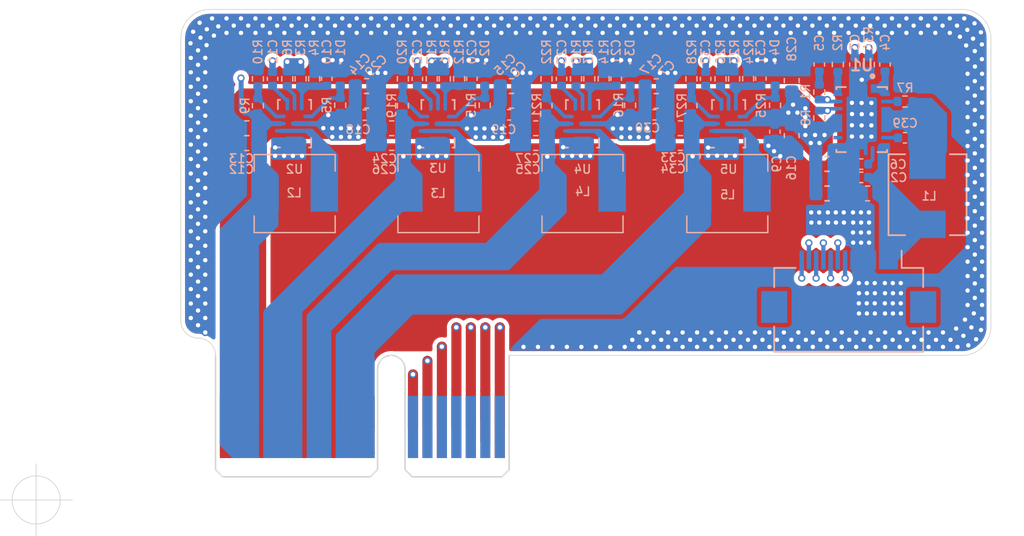
<source format=kicad_pcb>
(kicad_pcb (version 20211014) (generator pcbnew)
  (layers (0 "F.Cu" signal) (1 "In1.Cu" signal) (2 "In2.Cu" signal) (31 "B.Cu" signal) (34 "B.Paste" user) (35 "F.Paste" user) (36 "B.SilkS" user "B.Silkscreen") (37 "F.SilkS" user "F.Silkscreen") (38 "B.Mask" user) (39 "F.Mask" user) (44 "Edge.Cuts" user))
  (net 0 "")
  (net 1 "GND")
  (net 2 "+3V3")
  (net 3 "+5V")
  (net 4 "+1V2")
  (net 5 "+1V5")
  (net 6 "+2V5")
  (net 7 "BAT+")
  (net 8 "Net-(C3-Pad1)")
  (net 9 "Net-(C4-Pad1)")
  (net 10 "Net-(C5-Pad1)")
  (net 11 "Net-(C6-Pad1)")
  (net 12 "Net-(C39-Pad1)")
  (net 13 "Net-(R2-Pad1)")
  (net 14 "Net-(R7-Pad1)")
  (net 15 "Net-(R34-Pad2)")
  (net 16 "Net-(C39-Pad2)")
  (net 17 "REG_EN2")
  (net 18 "REG_EN1")
  (net 19 "REG_CHG")
  (net 20 "REG_POWER")
  (net 21 "BAT_ISET")
  (net 22 "BAT_PG")
  (net 23 "BAT_CHG")
  (net 24 "Net-(C11-Pad2)")
  (net 25 "Net-(C22-Pad2)")
  (net 26 "Net-(C23-Pad2)")
  (net 27 "Net-(C32-Pad2)")
  (net 28 "Net-(L2-Pad1)")
  (net 29 "Net-(L3-Pad1)")
  (net 30 "Net-(L4-Pad1)")
  (net 31 "Net-(L5-Pad1)")
  (net 32 "Net-(R6-Pad2)")
  (net 33 "Net-(R10-Pad1)")
  (net 34 "Net-(R17-Pad2)")
  (net 35 "Net-(R18-Pad2)")
  (net 36 "Net-(R19-Pad2)")
  (net 37 "Net-(R21-Pad2)")
  (net 38 "Net-(R26-Pad2)")
  (net 39 "Net-(R27-Pad2)")
  (net 40 "PG_1.2")
  (net 41 "PG_1.5")
  (net 42 "PG_2.5")
  (net 43 "PG_3.3")
  (net 44 "Net-(C10-Pad1)")
  (net 45 "Net-(C20-Pad1)")
  (net 46 "Net-(C21-Pad1)")
  (net 47 "Net-(C31-Pad1)")
  (footprint "Connector_PCBEdge:BUS_PCIexpress_x1" (layer "F.Cu") (at 111.97 120.21)
    (fp_text reference "PCI1" hide)
    (fp_text value "Conn_02x18_Row_Letter_First")
    (fp_line (start 12.95 3.45) (end 19.15 3.45) (layer "Edge.Cuts") (width 0.1))
    (fp_line (start 10.55 -4) (end 10.55 2.95) (layer "Edge.Cuts") (width 0.1))
    (fp_line (start -0.65 2.95) (end -0.15 3.45) (layer "Edge.Cuts") (width 0.1))
    (fp_line (start 10.55 2.95) (end 10.05 3.45) (layer "Edge.Cuts") (width 0.1))
    (fp_line (start 19.65 2.95) (end 19.15 3.45) (layer "Edge.Cuts") (width 0.1))
    (fp_line (start -0.15 3.45) (end 10.05 3.45) (layer "Edge.Cuts") (width 0.1))
    (fp_line (start 12.45 2.95) (end 12.95 3.45) (layer "Edge.Cuts") (width 0.1))
    (fp_line (start 19.65 -4.95) (end 19.65 2.95) (layer "Edge.Cuts") (width 0.1))
    (fp_line (start 12.45 -4) (end 12.45 2.95) (layer "Edge.Cuts") (width 0.1))
    (fp_line (start -0.65 -4.95) (end -0.65 2.95) (layer "Edge.Cuts") (width 0.1))
    (fp_arc (start 10.55 -4) (mid 11.5 -4.95) (end 12.45 -4) (layer "Edge.Cuts") (width 0.1))
  )
  (footprint "Capacitor_SMD:C_0603_1608Metric" (layer "B.Cu") (at 156.4 104.05 180)
    (fp_text reference "C1" hide)
    (fp_text value "10uF")
  )
  (footprint "Capacitor_SMD:C_0402_1005Metric" (layer "B.Cu") (at 155.96 102.94 180)
    (fp_text reference "C2")
    (fp_text value "0.1uF")
  )
  (footprint "Capacitor_SMD:C_0402_1005Metric" (layer "B.Cu") (at 155.52 95.13 -90)
    (fp_text reference "C3")
    (fp_text value "47pF")
  )
  (footprint "Capacitor_SMD:C_0402_1005Metric" (layer "B.Cu") (at 157.6 95.13 90)
    (fp_text reference "C4")
    (fp_text value "1uF")
  )
  (footprint "Capacitor_SMD:C_0402_1005Metric" (layer "B.Cu") (at 153.06 95.13 90)
    (fp_text reference "C5")
    (fp_text value "1nF")
  )
  (footprint "Capacitor_SMD:C_0402_1005Metric" (layer "B.Cu") (at 155.96 102.02 180)
    (fp_text reference "C6")
    (fp_text value "8.2nF")
  )
  (footprint "Capacitor_SMD:C_0402_1005Metric" (layer "B.Cu") (at 158.98 100.2)
    (fp_text reference "C39")
    (fp_text value "0.1uF")
  )
  (footprint "Capacitor_SMD:C_0603_1608Metric" (layer "B.Cu") (at 153.59 102.01)
    (fp_text reference "C40" hide)
    (fp_text value "22uF")
  )
  (footprint "Capacitor_SMD:C_0603_1608Metric" (layer "B.Cu") (at 153.6 103.03)
    (fp_text reference "C41" hide)
    (fp_text value "22uF")
  )
  (footprint "Inductor_SMD:L_Sunlord_MWSA0518_5.4x5.2mm" (layer "B.Cu") (at 160.54 104.14 90)
    (fp_text reference "L1")
    (fp_text value "1uH")
  )
  (footprint "Resistor_SMD:R_0402_1005Metric" (layer "B.Cu") (at 153.06 97.04 90)
    (fp_text reference "R1")
    (fp_text value "23.7K")
  )
  (footprint "Resistor_SMD:R_0402_1005Metric" (layer "B.Cu") (at 154.34 95.13 90)
    (fp_text reference "R2")
    (fp_text value "113K")
  )
  (footprint "Resistor_SMD:R_0402_1005Metric" (layer "B.Cu") (at 158.98 97.69)
    (fp_text reference "R7")
    (fp_text value "267K")
  )
  (footprint "Resistor_SMD:R_0402_1005Metric" (layer "B.Cu") (at 153.06 98.83 -90)
    (fp_text reference "R8")
    (fp_text value "220K")
  )
  (footprint "Resistor_SMD:R_0402_1005Metric" (layer "B.Cu") (at 156.48 95.13 90)
    (fp_text reference "R34")
    (fp_text value "69.8K")
  )
  (footprint "Lib:IC_TPS61088RHLR" (layer "B.Cu") (at 155.99 98.94 180)
    (fp_text reference "U1")
    (fp_text value "TPS61088RHLR")
  )
  (footprint "Connector_FFC-FPC:Hirose_FH12-14S-0.5SH_1x14-1MP_P0.50mm_Horizontal" (layer "B.Cu") (at 155.09 110.505 180)
    (fp_text reference "J1" hide)
    (fp_text value "Conn_01x14")
  )
  (footprint "Capacitor_SMD:C_0603_1608Metric" (layer "B.Cu") (at 153.6 104.05)
    (fp_text reference "C42" hide)
    (fp_text value "22uF")
  )
  (footprint "Capacitor_SMD:C_0603_1608Metric" (layer "B.Cu") (at 141.79 96.63)
    (fp_text reference "C7")
    (fp_text value "10uF")
  )
  (footprint "Capacitor_SMD:C_0603_1608Metric" (layer "B.Cu") (at 131.78 97.64)
    (fp_text reference "C8")
    (fp_text value "10uF")
  )
  (footprint "Capacitor_SMD:C_0402_1005Metric" (layer "B.Cu") (at 149.99 99.78 -90)
    (fp_text reference "C9")
    (fp_text value "0.1uF")
  )
  (footprint "Capacitor_SMD:C_0402_1005Metric" (layer "B.Cu") (at 119.01 96.12 90)
    (fp_text reference "C10")
    (fp_text value "1uF")
  )
  (footprint "Capacitor_SMD:C_0402_1005Metric" (layer "B.Cu") (at 115.26 96.12 -90)
    (fp_text reference "C11")
    (fp_text value "NS")
  )
  (footprint "Capacitor_SMD:C_0603_1608Metric" (layer "B.Cu") (at 113.49 99.539999 180)
    (fp_text reference "C12")
    (fp_text value "22uF")
  )
  (footprint "Capacitor_SMD:C_0603_1608Metric" (layer "B.Cu") (at 113.475 100.57 180)
    (fp_text reference "C13")
    (fp_text value "22uF")
  )
  (footprint "Capacitor_SMD:C_0603_1608Metric" (layer "B.Cu") (at 121.76 96.62)
    (fp_text reference "C14")
    (fp_text value "10uF")
  )
  (footprint "Capacitor_SMD:C_0603_1608Metric" (layer "B.Cu") (at 131.779999 96.620001)
    (fp_text reference "C15")
    (fp_text value "10uF")
  )
  (footprint "Capacitor_SMD:C_0603_1608Metric" (layer "B.Cu") (at 151.15 100.05 -90)
    (fp_text reference "C16")
    (fp_text value "10uF")
  )
  (footprint "Capacitor_SMD:C_0603_1608Metric" (layer "B.Cu") (at 141.79 97.65)
    (fp_text reference "C17")
    (fp_text value "10uF")
  )
  (footprint "Capacitor_SMD:C_0402_1005Metric" (layer "B.Cu") (at 121.63 98.63)
    (fp_text reference "C18")
    (fp_text value "0.1uF")
  )
  (footprint "Capacitor_SMD:C_0402_1005Metric" (layer "B.Cu") (at 131.61 98.61)
    (fp_text reference "C19")
    (fp_text value "0.1uF")
  )
  (footprint "Capacitor_SMD:C_0402_1005Metric" (layer "B.Cu") (at 129.039999 96.12 90)
    (fp_text reference "C20")
    (fp_text value "1uF")
  )
  (footprint "Capacitor_SMD:C_0402_1005Metric" (layer "B.Cu") (at 139.02 96.12 90)
    (fp_text reference "C21")
    (fp_text value "1uF")
  )
  (footprint "Capacitor_SMD:C_0402_1005Metric" (layer "B.Cu") (at 125.27 96.12 -90)
    (fp_text reference "C22")
    (fp_text value "NS")
  )
  (footprint "Capacitor_SMD:C_0402_1005Metric" (layer "B.Cu") (at 135.24 96.12 -90)
    (fp_text reference "C23")
    (fp_text value "NS")
  )
  (footprint "Capacitor_SMD:C_0603_1608Metric" (layer "B.Cu") (at 123.5 100.56 180)
    (fp_text reference "C24")
    (fp_text value "22uF")
  )
  (footprint "Capacitor_SMD:C_0603_1608Metric" (layer "B.Cu") (at 133.46 99.539999 180)
    (fp_text reference "C25")
    (fp_text value "22uF")
  )
  (footprint "Capacitor_SMD:C_0603_1608Metric" (layer "B.Cu") (at 123.5 99.539999 180)
    (fp_text reference "C26")
    (fp_text value "22uF")
  )
  (footprint "Capacitor_SMD:C_0603_1608Metric" (layer "B.Cu") (at 133.46 100.56 180)
    (fp_text reference "C27")
    (fp_text value "22uF")
  )
  (footprint "Capacitor_SMD:C_0603_1608Metric" (layer "B.Cu") (at 151.15 96.24 90)
    (fp_text reference "C28")
    (fp_text value "10uF")
  )
  (footprint "Capacitor_SMD:C_0603_1608Metric" (layer "B.Cu") (at 121.76 97.64)
    (fp_text reference "C29")
    (fp_text value "10uF")
  )
  (footprint "Capacitor_SMD:C_0402_1005Metric" (layer "B.Cu") (at 141.66 98.61)
    (fp_text reference "C30")
    (fp_text value "0.1uF")
  )
  (footprint "Capacitor_SMD:C_0402_1005Metric" (layer "B.Cu") (at 149.02 96.11 90)
    (fp_text reference "C31")
    (fp_text value "1uF")
  )
  (footprint "Capacitor_SMD:C_0402_1005Metric" (layer "B.Cu") (at 145.2 96.12 -90)
    (fp_text reference "C32")
    (fp_text value "NS")
  )
  (footprint "Capacitor_SMD:C_0603_1608Metric" (layer "B.Cu") (at 143.46 100.56 180)
    (fp_text reference "C33")
    (fp_text value "22uF")
  )
  (footprint "Capacitor_SMD:C_0603_1608Metric" (layer "B.Cu") (at 143.46 99.539999 180)
    (fp_text reference "C34")
    (fp_text value "22uF")
  )
  (footprint "Inductor_SMD:L_Sunlord_MWSA0518_5.4x5.2mm" (layer "B.Cu") (at 116.79 104.06 180)
    (fp_text reference "L2")
    (fp_text value "0.47uH")
  )
  (footprint "Inductor_SMD:L_Sunlord_MWSA0518_5.4x5.2mm" (layer "B.Cu") (at 126.73 104.06 180)
    (fp_text reference "L3")
    (fp_text value "0.47uH")
  )
  (footprint "Inductor_SMD:L_Sunlord_MWSA0518_5.4x5.2mm" (layer "B.Cu") (at 136.69 104.06 180)
    (fp_text reference "L4")
    (fp_text value "0.47uH")
  )
  (footprint "Inductor_SMD:L_Sunlord_MWSA0518_5.4x5.2mm" (layer "B.Cu") (at 146.7 104.06 180)
    (fp_text reference "L5")
    (fp_text value "0.47uH")
  )
  (footprint "Resistor_SMD:R_0402_1005Metric" (layer "B.Cu") (at 117.2 96.12 -90)
    (fp_text reference "R3")
    (fp_text value "NS/200K")
  )
  (footprint "Resistor_SMD:R_0402_1005Metric" (layer "B.Cu") (at 118.14 96.12 90)
    (fp_text reference "R4")
    (fp_text value "100K")
  )
  (footprint "Resistor_SMD:R_0402_1005Metric" (layer "B.Cu") (at 119.94 97.95 90)
    (fp_text reference "R5")
    (fp_text value "2K")
  )
  (footprint "Resistor_SMD:R_0402_1005Metric" (layer "B.Cu") (at 116.28 96.12 -90)
    (fp_text reference "R6")
    (fp_text value "100K")
  )
  (footprint "Resistor_SMD:R_0402_1005Metric" (layer "B.Cu") (at 114.25 97.98 90)
    (fp_text reference "R9")
    (fp_text value "200K")
  )
  (footprint "Resistor_SMD:R_0402_1005Metric" (layer "B.Cu") (at 114.25 96.12 90)
    (fp_text reference "R10")
    (fp_text value "200K")
  )
  (footprint "Resistor_SMD:R_0402_1005Metric" (layer "B.Cu") (at 127.17 96.12 -90)
    (fp_text reference "R11")
    (fp_text value "NS/200K")
  )
  (footprint "Resistor_SMD:R_0402_1005Metric" (layer "B.Cu") (at 128.159999 96.12 90)
    (fp_text reference "R12")
    (fp_text value "100K")
  )
  (footprint "Resistor_SMD:R_0402_1005Metric" (layer "B.Cu") (at 137.16 96.12 -90)
    (fp_text reference "R13")
    (fp_text value "NS/200K")
  )
  (footprint "Resistor_SMD:R_0402_1005Metric" (layer "B.Cu") (at 138.15 96.12 90)
    (fp_text reference "R14")
    (fp_text value "100K")
  )
  (footprint "Resistor_SMD:R_0402_1005Metric" (layer "B.Cu") (at 129.93 97.95 90)
    (fp_text reference "R15")
    (fp_text value "2K")
  )
  (footprint "Resistor_SMD:R_0402_1005Metric" (layer "B.Cu") (at 139.98 97.95 90)
    (fp_text reference "R16")
    (fp_text value "2K")
  )
  (footprint "Resistor_SMD:R_0402_1005Metric" (layer "B.Cu") (at 126.270001 96.12 -90)
    (fp_text reference "R17")
    (fp_text value "100K")
  )
  (footprint "Resistor_SMD:R_0402_1005Metric" (layer "B.Cu") (at 136.24 96.12 -90)
    (fp_text reference "R18")
    (fp_text value "100K")
  )
  (footprint "Resistor_SMD:R_0402_1005Metric" (layer "B.Cu") (at 124.269999 97.98 90)
    (fp_text reference "R19")
    (fp_text value "200K")
  )
  (footprint "Resistor_SMD:R_0402_1005Metric" (layer "B.Cu") (at 124.27 96.12 90)
    (fp_text reference "R20")
    (fp_text value "133.3K")
  )
  (footprint "Resistor_SMD:R_0402_1005Metric" (layer "B.Cu") (at 134.2 97.98 90)
    (fp_text reference "R21")
    (fp_text value "200K")
  )
  (footprint "Resistor_SMD:R_0402_1005Metric" (layer "B.Cu") (at 134.2 96.12 90)
    (fp_text reference "R22")
    (fp_text value "63.2K")
  )
  (footprint "Resistor_SMD:R_0402_1005Metric" (layer "B.Cu") (at 147.17 96.12 -90)
    (fp_text reference "R23")
    (fp_text value "NS/200K")
  )
  (footprint "Resistor_SMD:R_0402_1005Metric" (layer "B.Cu") (at 148.14 96.11 90)
    (fp_text reference "R24")
    (fp_text value "100K")
  )
  (footprint "Resistor_SMD:R_0402_1005Metric" (layer "B.Cu") (at 150 97.95 90)
    (fp_text reference "R25")
    (fp_text value "2K")
  )
  (footprint "Resistor_SMD:R_0402_1005Metric" (layer "B.Cu") (at 146.23 96.12 -90)
    (fp_text reference "R26")
    (fp_text value "100K")
  )
  (footprint "Resistor_SMD:R_0402_1005Metric" (layer "B.Cu") (at 144.22 97.98 90)
    (fp_text reference "R27")
    (fp_text value "200K")
  )
  (footprint "Resistor_SMD:R_0402_1005Metric" (layer "B.Cu") (at 144.22 96.12 90)
    (fp_text reference "R28")
    (fp_text value "44.2K")
  )
  (footprint "MP2145:MP2145_2147_DG_Z" (layer "B.Cu") (at 116.78 99.22)
    (fp_text reference "U2")
    (fp_text value "MP214x")
  )
  (footprint "MP2145:MP2145_2147_DG_Z" (layer "B.Cu") (at 126.7 99.230001)
    (fp_text reference "U3")
    (fp_text value "MP214x")
  )
  (footprint "MP2145:MP2145_2147_DG_Z" (layer "B.Cu") (at 136.69 99.230001)
    (fp_text reference "U4")
    (fp_text value "MP214x")
  )
  (footprint "MP2145:MP2145_2147_DG_Z" (layer "B.Cu") (at 146.79 99.230001)
    (fp_text reference "U5")
    (fp_text value "MP214x")
  )
  (footprint "LED_SMD:LED_0402_1005Metric" (layer "B.Cu") (at 119.94 96.12 -90)
    (fp_text reference "D1")
    (fp_text value "LED")
  )
  (footprint "LED_SMD:LED_0402_1005Metric" (layer "B.Cu") (at 129.93 96.14 -90)
    (fp_text reference "D2")
    (fp_text value "LED")
  )
  (footprint "LED_SMD:LED_0402_1005Metric" (layer "B.Cu") (at 139.98 96.12 -90)
    (fp_text reference "D3")
    (fp_text value "LED")
  )
  (footprint "LED_SMD:LED_0402_1005Metric" (layer "B.Cu") (at 150 96.11 -90)
    (fp_text reference "D4")
    (fp_text value "LED")
  )
  (footprint "Lib:pad-6-1.5" (layer "B.Cu") (at 157.56 92.45 180)
    (fp_text reference "J2" hide)
    (fp_text value "Conn_01x01")
  )
  (footprint "Lib:pad-6-1.5" (layer "B.Cu") (at 163.84 108.4 90)
    (fp_text reference "J3" hide)
    (fp_text value "Conn_01x01")
  )
  (footprint "Lib:pad-6-1.5" (layer "B.Cu") (at 143.853334 92.45 180)
    (fp_text reference "J4" hide)
    (fp_text value "Conn_01x01")
  )
  (footprint "Lib:pad-6-1.5" (layer "B.Cu") (at 163.84 99.04 90)
    (fp_text reference "J6" hide)
    (fp_text value "Conn_01x01")
  )
  (footprint "Lib:pad-6-1.5" (layer "B.Cu") (at 110.11 108.4 90)
    (fp_text reference "J7" hide)
    (fp_text value "Conn_01x01")
  )
  (footprint "Lib:pad-6-1.5" (layer "B.Cu") (at 130.146668 92.45 180)
    (fp_text reference "J8" hide)
    (fp_text value "Conn_01x01")
  )
  (footprint "Lib:pad-6-1.5" (layer "B.Cu") (at 143.853334 114.17 180)
    (fp_text reference "J9" hide)
    (fp_text value "Conn_01x01")
  )
  (footprint "Lib:pad-6-1.5" (layer "B.Cu") (at 110.11 98.73 90)
    (fp_text reference "J10" hide)
    (fp_text value "Conn_01x01")
  )
  (footprint "Lib:pad-6-1.5" (layer "B.Cu") (at 116.44 92.45 180)
    (fp_text reference "J11" hide)
    (fp_text value "Conn_01x01")
  )
  (gr_line (start 162.92 91.319376) (end 110.92 91.319376) (layer "Edge.Cuts") (width 0.05))
  (gr_line (start 164.920624 93.32) (end 164.92 113.26) (layer "Edge.Cuts") (width 0.05))
  (gr_line (start 131.62 115.26) (end 162.919376 115.260624) (layer "Edge.Cuts") (width 0.05))
  (gr_arc (start 162.92 91.319376) (mid 164.334655 91.905345) (end 164.920624 93.32) (layer "Edge.Cuts") (width 0.05))
  (gr_arc (start 108.919376 93.32) (mid 109.505345 91.905345) (end 110.92 91.319376) (layer "Edge.Cuts") (width 0.05))
  (gr_arc (start 110.119334 114.059334) (mid 109.270335 113.707667) (end 108.918668 112.858668) (layer "Edge.Cuts") (width 0.05))
  (gr_arc (start 164.92 113.26) (mid 164.334031 114.674655) (end 162.919376 115.260624) (layer "Edge.Cuts") (width 0.05))
  (gr_arc (start 110.119334 114.059334) (mid 110.968333 114.411001) (end 111.32 115.26) (layer "Edge.Cuts") (width 0.05))
  (gr_line (start 108.919376 93.32) (end 108.918668 112.858668) (layer "Edge.Cuts") (width 0.05))
  (target plus (at 98.92 125.26) (size 5) (width 0.05) (layer "Edge.Cuts"))
  (segment (start 121.97 122.01) (end 116.97 122.01) (width 0.7) (layer "F.Cu") (net 1))
  (segment (start 121.97 120.21) (end 116.97 120.21) (width 0.7) (layer "F.Cu") (net 1))
  (via (at 110.61 95.67) (size 0.5) (drill 0.3) (layers "F.Cu" "B.Cu") (net 1))
  (via (at 109.61 95.67) (size 0.5) (drill 0.3) (layers "F.Cu" "B.Cu") (net 1))
  (via (at 164.31 95.77) (size 0.5) (drill 0.3) (layers "F.Cu" "B.Cu") (net 1))
  (via (at 163.31 95.77) (size 0.5) (drill 0.3) (layers "F.Cu" "B.Cu") (net 1))
  (via (at 156.349999 110.954999) (size 0.5) (drill 0.3) (layers "F.Cu" "B.Cu") (net 1))
  (via (at 156.89 110.255) (size 0.5) (drill 0.3) (layers "F.Cu" "B.Cu") (net 1))
  (via (at 155.79 110.254999) (size 0.5) (drill 0.3) (layers "F.Cu" "B.Cu") (net 1))
  (via (at 155.8 110.954999) (size 0.5) (drill 0.3) (layers "F.Cu" "B.Cu") (net 1))
  (via (at 156.9 110.955) (size 0.5) (drill 0.3) (layers "F.Cu" "B.Cu") (net 1))
  (via (at 156.339999 110.254999) (size 0.5) (drill 0.3) (layers "F.Cu" "B.Cu") (net 1))
  (via (at 156.89 111.655) (size 0.5) (drill 0.3) (layers "F.Cu" "B.Cu") (net 1))
  (via (at 156.339999 111.654999) (size 0.5) (drill 0.3) (layers "F.Cu" "B.Cu") (net 1))
  (via (at 155.8 112.354999) (size 0.5) (drill 0.3) (layers "F.Cu" "B.Cu") (net 1))
  (via (at 156.9 112.355) (size 0.5) (drill 0.3) (layers "F.Cu" "B.Cu") (net 1))
  (via (at 155.79 111.654999) (size 0.5) (drill 0.3) (layers "F.Cu" "B.Cu") (net 1))
  (via (at 156.349999 112.354999) (size 0.5) (drill 0.3) (layers "F.Cu" "B.Cu") (net 1))
  (via (at 157.6 112.354999) (size 0.5) (drill 0.3) (layers "F.Cu" "B.Cu") (net 1))
  (via (at 158.139999 111.654999) (size 0.5) (drill 0.3) (layers "F.Cu" "B.Cu") (net 1))
  (via (at 158.69 111.655) (size 0.5) (drill 0.3) (layers "F.Cu" "B.Cu") (net 1))
  (via (at 158.7 112.355) (size 0.5) (drill 0.3) (layers "F.Cu" "B.Cu") (net 1))
  (via (at 157.59 111.654999) (size 0.5) (drill 0.3) (layers "F.Cu" "B.Cu") (net 1))
  (via (at 158.149999 112.354999) (size 0.5) (drill 0.3) (layers "F.Cu" "B.Cu") (net 1))
  (via (at 158.139999 110.254999) (size 0.5) (drill 0.3) (layers "F.Cu" "B.Cu") (net 1))
  (via (at 158.7 110.955) (size 0.5) (drill 0.3) (layers "F.Cu" "B.Cu") (net 1))
  (via (at 158.149999 110.954999) (size 0.5) (drill 0.3) (layers "F.Cu" "B.Cu") (net 1))
  (via (at 157.59 110.254999) (size 0.5) (drill 0.3) (layers "F.Cu" "B.Cu") (net 1))
  (via (at 158.69 110.255) (size 0.5) (drill 0.3) (layers "F.Cu" "B.Cu") (net 1))
  (via (at 157.6 110.954999) (size 0.5) (drill 0.3) (layers "F.Cu" "B.Cu") (net 1))
  (via (at 155.995 98.566666) (size 0.5) (drill 0.3) (layers "F.Cu" "B.Cu") (net 1))
  (via (at 156.67 98.566666) (size 0.5) (drill 0.3) (layers "F.Cu" "B.Cu") (net 1))
  (via (at 155.32 98.556666) (size 0.5) (drill 0.3) (layers "F.Cu" "B.Cu") (net 1))
  (via (at 155.985 99.343332) (size 0.5) (drill 0.3) (layers "F.Cu" "B.Cu") (net 1))
  (via (at 155.310001 99.333332) (size 0.5) (drill 0.3) (layers "F.Cu" "B.Cu") (net 1))
  (via (at 156.66 99.343332) (size 0.5) (drill 0.3) (layers "F.Cu" "B.Cu") (net 1))
  (via (at 155.31 100.11) (size 0.5) (drill 0.3) (layers "F.Cu" "B.Cu") (net 1))
  (via (at 155.985 100.12) (size 0.5) (drill 0.3) (layers "F.Cu" "B.Cu") (net 1))
  (via (at 156.66 100.12) (size 0.5) (drill 0.3) (layers "F.Cu" "B.Cu") (net 1))
  (via (at 112.08 91.94) (size 0.5) (drill 0.3) (layers "F.Cu" "B.Cu") (net 1))
  (via (at 113.08 91.94) (size 0.5) (drill 0.3) (layers "F.Cu" "B.Cu") (net 1))
  (via (at 114.08 91.94) (size 0.5) (drill 0.3) (layers "F.Cu" "B.Cu") (net 1))
  (via (at 115.08 91.94) (size 0.5) (drill 0.3) (layers "F.Cu" "B.Cu") (net 1))
  (via (at 116.08 91.94) (size 0.5) (drill 0.3) (layers "F.Cu" "B.Cu") (net 1))
  (via (at 117.08 91.94) (size 0.5) (drill 0.3) (layers "F.Cu" "B.Cu") (net 1))
  (via (at 118.08 91.94) (size 0.5) (drill 0.3) (layers "F.Cu" "B.Cu") (net 1))
  (via (at 119.08 91.94) (size 0.5) (drill 0.3) (layers "F.Cu" "B.Cu") (net 1))
  (via (at 120.08 91.94) (size 0.5) (drill 0.3) (layers "F.Cu" "B.Cu") (net 1))
  (via (at 121.08 91.94) (size 0.5) (drill 0.3) (layers "F.Cu" "B.Cu") (net 1))
  (via (at 122.08 91.94) (size 0.5) (drill 0.3) (layers "F.Cu" "B.Cu") (net 1))
  (via (at 123.08 91.94) (size 0.5) (drill 0.3) (layers "F.Cu" "B.Cu") (net 1))
  (via (at 124.08 91.94) (size 0.5) (drill 0.3) (layers "F.Cu" "B.Cu") (net 1))
  (via (at 125.08 91.94) (size 0.5) (drill 0.3) (layers "F.Cu" "B.Cu") (net 1))
  (via (at 126.08 91.94) (size 0.5) (drill 0.3) (layers "F.Cu" "B.Cu") (net 1))
  (via (at 127.08 91.94) (size 0.5) (drill 0.3) (layers "F.Cu" "B.Cu") (net 1))
  (via (at 128.08 91.94) (size 0.5) (drill 0.3) (layers "F.Cu" "B.Cu") (net 1))
  (via (at 129.08 91.94) (size 0.5) (drill 0.3) (layers "F.Cu" "B.Cu") (net 1))
  (via (at 130.08 91.94) (size 0.5) (drill 0.3) (layers "F.Cu" "B.Cu") (net 1))
  (via (at 131.08 91.94) (size 0.5) (drill 0.3) (layers "F.Cu" "B.Cu") (net 1))
  (via (at 132.08 91.94) (size 0.5) (drill 0.3) (layers "F.Cu" "B.Cu") (net 1))
  (via (at 133.08 91.94) (size 0.5) (drill 0.3) (layers "F.Cu" "B.Cu") (net 1))
  (via (at 134.08 91.94) (size 0.5) (drill 0.3) (layers "F.Cu" "B.Cu") (net 1))
  (via (at 135.08 91.94) (size 0.5) (drill 0.3) (layers "F.Cu" "B.Cu") (net 1))
  (via (at 136.08 91.94) (size 0.5) (drill 0.3) (layers "F.Cu" "B.Cu") (net 1))
  (via (at 137.08 91.94) (size 0.5) (drill 0.3) (layers "F.Cu" "B.Cu") (net 1))
  (via (at 138.08 91.94) (size 0.5) (drill 0.3) (layers "F.Cu" "B.Cu") (net 1))
  (via (at 139.08 91.94) (size 0.5) (drill 0.3) (layers "F.Cu" "B.Cu") (net 1))
  (via (at 140.08 91.94) (size 0.5) (drill 0.3) (layers "F.Cu" "B.Cu") (net 1))
  (via (at 141.08 91.94) (size 0.5) (drill 0.3) (layers "F.Cu" "B.Cu") (net 1))
  (via (at 142.08 91.94) (size 0.5) (drill 0.3) (layers "F.Cu" "B.Cu") (net 1))
  (via (at 143.08 91.94) (size 0.5) (drill 0.3) (layers "F.Cu" "B.Cu") (net 1))
  (via (at 144.08 91.94) (size 0.5) (drill 0.3) (layers "F.Cu" "B.Cu") (net 1))
  (via (at 145.08 91.94) (size 0.5) (drill 0.3) (layers "F.Cu" "B.Cu") (net 1))
  (via (at 146.08 91.94) (size 0.5) (drill 0.3) (layers "F.Cu" "B.Cu") (net 1))
  (via (at 147.08 91.94) (size 0.5) (drill 0.3) (layers "F.Cu" "B.Cu") (net 1))
  (via (at 148.08 91.94) (size 0.5) (drill 0.3) (layers "F.Cu" "B.Cu") (net 1))
  (via (at 149.08 91.94) (size 0.5) (drill 0.3) (layers "F.Cu" "B.Cu") (net 1))
  (via (at 150.08 91.94) (size 0.5) (drill 0.3) (layers "F.Cu" "B.Cu") (net 1))
  (via (at 151.08 91.94) (size 0.5) (drill 0.3) (layers "F.Cu" "B.Cu") (net 1))
  (via (at 152.08 91.94) (size 0.5) (drill 0.3) (layers "F.Cu" "B.Cu") (net 1))
  (via (at 153.08 91.94) (size 0.5) (drill 0.3) (layers "F.Cu" "B.Cu") (net 1))
  (via (at 154.08 91.94) (size 0.5) (drill 0.3) (layers "F.Cu" "B.Cu") (net 1))
  (via (at 155.08 91.94) (size 0.5) (drill 0.3) (layers "F.Cu" "B.Cu") (net 1))
  (via (at 156.08 91.94) (size 0.5) (drill 0.3) (layers "F.Cu" "B.Cu") (net 1))
  (via (at 157.08 91.94) (size 0.5) (drill 0.3) (layers "F.Cu" "B.Cu") (net 1))
  (via (at 158.08 91.94) (size 0.5) (drill 0.3) (layers "F.Cu" "B.Cu") (net 1))
  (via (at 159.08 91.94) (size 0.5) (drill 0.3) (layers "F.Cu" "B.Cu") (net 1))
  (via (at 160.08 91.94) (size 0.5) (drill 0.3) (layers "F.Cu" "B.Cu") (net 1))
  (via (at 111.21 93.13) (size 0.5) (drill 0.3) (layers "F.Cu" "B.Cu") (net 1))
  (via (at 112.08 92.94) (size 0.5) (drill 0.3) (layers "F.Cu" "B.Cu") (net 1))
  (via (at 113.08 92.94) (size 0.5) (drill 0.3) (layers "F.Cu" "B.Cu") (net 1))
  (via (at 114.08 92.94) (size 0.5) (drill 0.3) (layers "F.Cu" "B.Cu") (net 1))
  (via (at 115.08 92.94) (size 0.5) (drill 0.3) (layers "F.Cu" "B.Cu") (net 1))
  (via (at 116.08 92.94) (size 0.5) (drill 0.3) (layers "F.Cu" "B.Cu") (net 1))
  (via (at 117.08 92.94) (size 0.5) (drill 0.3) (layers "F.Cu" "B.Cu") (net 1))
  (via (at 118.08 92.94) (size 0.5) (drill 0.3) (layers "F.Cu" "B.Cu") (net 1))
  (via (at 119.08 92.94) (size 0.5) (drill 0.3) (layers "F.Cu" "B.Cu") (net 1))
  (via (at 120.08 92.94) (size 0.5) (drill 0.3) (layers "F.Cu" "B.Cu") (net 1))
  (via (at 121.08 92.94) (size 0.5) (drill 0.3) (layers "F.Cu" "B.Cu") (net 1))
  (via (at 122.08 92.94) (size 0.5) (drill 0.3) (layers "F.Cu" "B.Cu") (net 1))
  (via (at 123.08 92.94) (size 0.5) (drill 0.3) (layers "F.Cu" "B.Cu") (net 1))
  (via (at 124.08 92.94) (size 0.5) (drill 0.3) (layers "F.Cu" "B.Cu") (net 1))
  (via (at 125.08 92.94) (size 0.5) (drill 0.3) (layers "F.Cu" "B.Cu") (net 1))
  (via (at 126.08 92.94) (size 0.5) (drill 0.3) (layers "F.Cu" "B.Cu") (net 1))
  (via (at 127.08 92.94) (size 0.5) (drill 0.3) (layers "F.Cu" "B.Cu") (net 1))
  (via (at 128.08 92.94) (size 0.5) (drill 0.3) (layers "F.Cu" "B.Cu") (net 1))
  (via (at 129.08 92.94) (size 0.5) (drill 0.3) (layers "F.Cu" "B.Cu") (net 1))
  (via (at 130.08 92.94) (size 0.5) (drill 0.3) (layers "F.Cu" "B.Cu") (net 1))
  (via (at 131.08 92.94) (size 0.5) (drill 0.3) (layers "F.Cu" "B.Cu") (net 1))
  (via (at 132.08 92.94) (size 0.5) (drill 0.3) (layers "F.Cu" "B.Cu") (net 1))
  (via (at 133.08 92.94) (size 0.5) (drill 0.3) (layers "F.Cu" "B.Cu") (net 1))
  (via (at 134.08 92.94) (size 0.5) (drill 0.3) (layers "F.Cu" "B.Cu") (net 1))
  (via (at 135.08 92.94) (size 0.5) (drill 0.3) (layers "F.Cu" "B.Cu") (net 1))
  (via (at 136.08 92.94) (size 0.5) (drill 0.3) (layers "F.Cu" "B.Cu") (net 1))
  (via (at 137.08 92.94) (size 0.5) (drill 0.3) (layers "F.Cu" "B.Cu") (net 1))
  (via (at 138.08 92.94) (size 0.5) (drill 0.3) (layers "F.Cu" "B.Cu") (net 1))
  (via (at 139.08 92.94) (size 0.5) (drill 0.3) (layers "F.Cu" "B.Cu") (net 1))
  (via (at 140.08 92.94) (size 0.5) (drill 0.3) (layers "F.Cu" "B.Cu") (net 1))
  (via (at 141.08 92.94) (size 0.5) (drill 0.3) (layers "F.Cu" "B.Cu") (net 1))
  (via (at 142.08 92.94) (size 0.5) (drill 0.3) (layers "F.Cu" "B.Cu") (net 1))
  (via (at 143.08 92.94) (size 0.5) (drill 0.3) (layers "F.Cu" "B.Cu") (net 1))
  (via (at 144.08 92.94) (size 0.5) (drill 0.3) (layers "F.Cu" "B.Cu") (net 1))
  (via (at 145.08 92.94) (size 0.5) (drill 0.3) (layers "F.Cu" "B.Cu") (net 1))
  (via (at 146.08 92.94) (size 0.5) (drill 0.3) (layers "F.Cu" "B.Cu") (net 1))
  (via (at 147.08 92.94) (size 0.5) (drill 0.3) (layers "F.Cu" "B.Cu") (net 1))
  (via (at 148.08 92.94) (size 0.5) (drill 0.3) (layers "F.Cu" "B.Cu") (net 1))
  (via (at 149.08 92.94) (size 0.5) (drill 0.3) (layers "F.Cu" "B.Cu") (net 1))
  (via (at 150.08 92.94) (size 0.5) (drill 0.3) (layers "F.Cu" "B.Cu") (net 1))
  (via (at 151.08 92.94) (size 0.5) (drill 0.3) (layers "F.Cu" "B.Cu") (net 1))
  (via (at 152.08 92.94) (size 0.5) (drill 0.3) (layers "F.Cu" "B.Cu") (net 1))
  (via (at 153.08 92.94) (size 0.5) (drill 0.3) (layers "F.Cu" "B.Cu") (net 1))
  (via (at 154.08 92.94) (size 0.5) (drill 0.3) (layers "F.Cu" "B.Cu") (net 1))
  (via (at 155.08 92.94) (size 0.5) (drill 0.3) (layers "F.Cu" "B.Cu") (net 1))
  (via (at 156.08 92.94) (size 0.5) (drill 0.3) (layers "F.Cu" "B.Cu") (net 1))
  (via (at 157.08 92.94) (size 0.5) (drill 0.3) (layers "F.Cu" "B.Cu") (net 1))
  (via (at 158.08 92.94) (size 0.5) (drill 0.3) (layers "F.Cu" "B.Cu") (net 1))
  (via (at 159.08 92.94) (size 0.5) (drill 0.3) (layers "F.Cu" "B.Cu") (net 1))
  (via (at 160.08 92.94) (size 0.5) (drill 0.3) (layers "F.Cu" "B.Cu") (net 1))
  (via (at 161.08 92.94) (size 0.5) (drill 0.3) (layers "F.Cu" "B.Cu") (net 1))
  (via (at 161.08 91.94) (size 0.5) (drill 0.3) (layers "F.Cu" "B.Cu") (net 1))
  (via (at 162.08 92.94) (size 0.5) (drill 0.3) (layers "F.Cu" "B.Cu") (net 1))
  (via (at 162.08 91.94) (size 0.5) (drill 0.3) (layers "F.Cu" "B.Cu") (net 1))
  (via (at 162.78 93.21) (size 0.5) (drill 0.3) (layers "F.Cu" "B.Cu") (net 1))
  (via (at 163.08 91.94) (size 0.5) (drill 0.3) (layers "F.Cu" "B.Cu") (net 1))
  (via (at 110.22 92.24) (size 0.5) (drill 0.3) (layers "F.Cu" "B.Cu") (net 1))
  (via (at 109.59 93.66) (size 0.5) (drill 0.3) (layers "F.Cu" "B.Cu") (net 1))
  (via (at 110.7 93.79) (size 0.5) (drill 0.3) (layers "F.Cu" "B.Cu") (net 1))
  (via (at 109.61 94.67) (size 0.5) (drill 0.3) (layers "F.Cu" "B.Cu") (net 1))
  (via (at 110.61 94.67) (size 0.5) (drill 0.3) (layers "F.Cu" "B.Cu") (net 1))
  (via (at 109.61 96.67) (size 0.5) (drill 0.3) (layers "F.Cu" "B.Cu") (net 1))
  (via (at 110.61 96.67) (size 0.5) (drill 0.3) (layers "F.Cu" "B.Cu") (net 1))
  (via (at 109.61 97.67) (size 0.5) (drill 0.3) (layers "F.Cu" "B.Cu") (net 1))
  (via (at 110.61 97.67) (size 0.5) (drill 0.3) (layers "F.Cu" "B.Cu") (net 1))
  (via (at 109.61 98.67) (size 0.5) (drill 0.3) (layers "F.Cu" "B.Cu") (net 1))
  (via (at 110.61 98.67) (size 0.5) (drill 0.3) (layers "F.Cu" "B.Cu") (net 1))
  (via (at 109.61 99.67) (size 0.5) (drill 0.3) (layers "F.Cu" "B.Cu") (net 1))
  (via (at 110.61 99.67) (size 0.5) (drill 0.3) (layers "F.Cu" "B.Cu") (net 1))
  (via (at 109.61 100.67) (size 0.5) (drill 0.3) (layers "F.Cu" "B.Cu") (net 1))
  (via (at 110.61 100.67) (size 0.5) (drill 0.3) (layers "F.Cu" "B.Cu") (net 1))
  (via (at 109.61 101.67) (size 0.5) (drill 0.3) (layers "F.Cu" "B.Cu") (net 1))
  (via (at 110.61 101.67) (size 0.5) (drill 0.3) (layers "F.Cu" "B.Cu") (net 1))
  (via (at 109.61 102.67) (size 0.5) (drill 0.3) (layers "F.Cu" "B.Cu") (net 1))
  (via (at 110.61 102.67) (size 0.5) (drill 0.3) (layers "F.Cu" "B.Cu") (net 1))
  (via (at 109.61 103.67) (size 0.5) (drill 0.3) (layers "F.Cu" "B.Cu") (net 1))
  (via (at 110.61 103.67) (size 0.5) (drill 0.3) (layers "F.Cu" "B.Cu") (net 1))
  (via (at 109.61 104.67) (size 0.5) (drill 0.3) (layers "F.Cu" "B.Cu") (net 1))
  (via (at 110.61 104.67) (size 0.5) (drill 0.3) (layers "F.Cu" "B.Cu") (net 1))
  (via (at 109.61 105.67) (size 0.5) (drill 0.3) (layers "F.Cu" "B.Cu") (net 1))
  (via (at 110.61 105.67) (size 0.5) (drill 0.3) (layers "F.Cu" "B.Cu") (net 1))
  (via (at 109.61 106.67) (size 0.5) (drill 0.3) (layers "F.Cu" "B.Cu") (net 1))
  (via (at 110.61 106.67) (size 0.5) (drill 0.3) (layers "F.Cu" "B.Cu") (net 1))
  (via (at 109.61 107.67) (size 0.5) (drill 0.3) (layers "F.Cu" "B.Cu") (net 1))
  (via (at 110.61 107.67) (size 0.5) (drill 0.3) (layers "F.Cu" "B.Cu") (net 1))
  (via (at 109.61 108.67) (size 0.5) (drill 0.3) (layers "F.Cu" "B.Cu") (net 1))
  (via (at 110.61 108.67) (size 0.5) (drill 0.3) (layers "F.Cu" "B.Cu") (net 1))
  (via (at 109.61 109.67) (size 0.5) (drill 0.3) (layers "F.Cu" "B.Cu") (net 1))
  (via (at 110.61 109.67) (size 0.5) (drill 0.3) (layers "F.Cu" "B.Cu") (net 1))
  (via (at 109.61 110.67) (size 0.5) (drill 0.3) (layers "F.Cu" "B.Cu") (net 1))
  (via (at 110.61 110.67) (size 0.5) (drill 0.3) (layers "F.Cu" "B.Cu") (net 1))
  (via (at 109.61 111.67) (size 0.5) (drill 0.3) (layers "F.Cu" "B.Cu") (net 1))
  (via (at 110.61 111.67) (size 0.5) (drill 0.3) (layers "F.Cu" "B.Cu") (net 1))
  (via (at 109.61 112.67) (size 0.5) (drill 0.3) (layers "F.Cu" "B.Cu") (net 1))
  (via (at 110.61 112.67) (size 0.5) (drill 0.3) (layers "F.Cu" "B.Cu") (net 1))
  (via (at 110.61 113.67) (size 0.5) (drill 0.3) (layers "F.Cu" "B.Cu") (net 1))
  (via (at 140.61 113.67) (size 0.5) (drill 0.3) (layers "F.Cu" "B.Cu") (net 1))
  (via (at 141.61 113.67) (size 0.5) (drill 0.3) (layers "F.Cu" "B.Cu") (net 1))
  (via (at 142.61 113.67) (size 0.5) (drill 0.3) (layers "F.Cu" "B.Cu") (net 1))
  (via (at 143.61 113.67) (size 0.5) (drill 0.3) (layers "F.Cu" "B.Cu") (net 1))
  (via (at 144.61 113.67) (size 0.5) (drill 0.3) (layers "F.Cu" "B.Cu") (net 1))
  (via (at 145.61 113.67) (size 0.5) (drill 0.3) (layers "F.Cu" "B.Cu") (net 1))
  (via (at 146.61 113.67) (size 0.5) (drill 0.3) (layers "F.Cu" "B.Cu") (net 1))
  (via (at 147.61 113.67) (size 0.5) (drill 0.3) (layers "F.Cu" "B.Cu") (net 1))
  (via (at 148.61 113.67) (size 0.5) (drill 0.3) (layers "F.Cu" "B.Cu") (net 1))
  (via (at 149.61 113.67) (size 0.5) (drill 0.3) (layers "F.Cu" "B.Cu") (net 1))
  (via (at 150.61 113.67) (size 0.5) (drill 0.3) (layers "F.Cu" "B.Cu") (net 1))
  (via (at 151.61 113.67) (size 0.5) (drill 0.3) (layers "F.Cu" "B.Cu") (net 1))
  (via (at 152.61 113.67) (size 0.5) (drill 0.3) (layers "F.Cu" "B.Cu") (net 1))
  (via (at 153.61 113.67) (size 0.5) (drill 0.3) (layers "F.Cu" "B.Cu") (net 1))
  (via (at 154.61 113.67) (size 0.5) (drill 0.3) (layers "F.Cu" "B.Cu") (net 1))
  (via (at 155.61 113.67) (size 0.5) (drill 0.3) (layers "F.Cu" "B.Cu") (net 1))
  (via (at 156.61 113.67) (size 0.5) (drill 0.3) (layers "F.Cu" "B.Cu") (net 1))
  (via (at 157.61 113.67) (size 0.5) (drill 0.3) (layers "F.Cu" "B.Cu") (net 1))
  (via (at 158.61 113.67) (size 0.5) (drill 0.3) (layers "F.Cu" "B.Cu") (net 1))
  (via (at 159.61 113.67) (size 0.5) (drill 0.3) (layers "F.Cu" "B.Cu") (net 1))
  (via (at 160.61 113.67) (size 0.5) (drill 0.3) (layers "F.Cu" "B.Cu") (net 1))
  (via (at 161.61 113.67) (size 0.5) (drill 0.3) (layers "F.Cu" "B.Cu") (net 1))
  (via (at 162.52 113.4) (size 0.5) (drill 0.3) (layers "F.Cu" "B.Cu") (net 1))
  (via (at 132.61 114.67) (size 0.5) (drill 0.3) (layers "F.Cu" "B.Cu") (net 1))
  (via (at 133.61 114.67) (size 0.5) (drill 0.3) (layers "F.Cu" "B.Cu") (net 1))
  (via (at 134.61 114.67) (size 0.5) (drill 0.3) (layers "F.Cu" "B.Cu") (net 1))
  (via (at 135.61 114.67) (size 0.5) (drill 0.3) (layers "F.Cu" "B.Cu") (net 1))
  (via (at 136.61 114.67) (size 0.5) (drill 0.3) (layers "F.Cu" "B.Cu") (net 1))
  (via (at 137.61 114.67) (size 0.5) (drill 0.3) (layers "F.Cu" "B.Cu") (net 1))
  (via (at 138.61 114.67) (size 0.5) (drill 0.3) (layers "F.Cu" "B.Cu") (net 1))
  (via (at 139.61 114.67) (size 0.5) (drill 0.3) (layers "F.Cu" "B.Cu") (net 1))
  (via (at 140.61 114.67) (size 0.5) (drill 0.3) (layers "F.Cu" "B.Cu") (net 1))
  (via (at 141.61 114.67) (size 0.5) (drill 0.3) (layers "F.Cu" "B.Cu") (net 1))
  (via (at 142.61 114.67) (size 0.5) (drill 0.3) (layers "F.Cu" "B.Cu") (net 1))
  (via (at 143.61 114.67) (size 0.5) (drill 0.3) (layers "F.Cu" "B.Cu") (net 1))
  (via (at 144.61 114.67) (size 0.5) (drill 0.3) (layers "F.Cu" "B.Cu") (net 1))
  (via (at 145.61 114.67) (size 0.5) (drill 0.3) (layers "F.Cu" "B.Cu") (net 1))
  (via (at 146.61 114.67) (size 0.5) (drill 0.3) (layers "F.Cu" "B.Cu") (net 1))
  (via (at 147.61 114.67) (size 0.5) (drill 0.3) (layers "F.Cu" "B.Cu") (net 1))
  (via (at 148.61 114.67) (size 0.5) (drill 0.3) (layers "F.Cu" "B.Cu") (net 1))
  (via (at 149.61 114.67) (size 0.5) (drill 0.3) (layers "F.Cu" "B.Cu") (net 1))
  (via (at 150.61 114.67) (size 0.5) (drill 0.3) (layers "F.Cu" "B.Cu") (net 1))
  (via (at 151.61 114.67) (size 0.5) (drill 0.3) (layers "F.Cu" "B.Cu") (net 1))
  (via (at 152.61 114.67) (size 0.5) (drill 0.3) (layers "F.Cu" "B.Cu") (net 1))
  (via (at 153.61 114.67) (size 0.5) (drill 0.3) (layers "F.Cu" "B.Cu") (net 1))
  (via (at 154.61 114.67) (size 0.5) (drill 0.3) (layers "F.Cu" "B.Cu") (net 1))
  (via (at 155.61 114.67) (size 0.5) (drill 0.3) (layers "F.Cu" "B.Cu") (net 1))
  (via (at 156.61 114.67) (size 0.5) (drill 0.3) (layers "F.Cu" "B.Cu") (net 1))
  (via (at 157.61 114.67) (size 0.5) (drill 0.3) (layers "F.Cu" "B.Cu") (net 1))
  (via (at 158.61 114.67) (size 0.5) (drill 0.3) (layers "F.Cu" "B.Cu") (net 1))
  (via (at 159.61 114.67) (size 0.5) (drill 0.3) (layers "F.Cu" "B.Cu") (net 1))
  (via (at 160.61 114.67) (size 0.5) (drill 0.3) (layers "F.Cu" "B.Cu") (net 1))
  (via (at 161.61 114.67) (size 0.5) (drill 0.3) (layers "F.Cu" "B.Cu") (net 1))
  (via (at 162.61 114.67) (size 0.5) (drill 0.3) (layers "F.Cu" "B.Cu") (net 1))
  (via (at 163.79 92.28) (size 0.5) (drill 0.3) (layers "F.Cu" "B.Cu") (net 1))
  (via (at 163.21 93.81) (size 0.5) (drill 0.3) (layers "F.Cu" "B.Cu") (net 1))
  (via (at 164.3 93.74) (size 0.5) (drill 0.3) (layers "F.Cu" "B.Cu") (net 1))
  (via (at 163.31 94.77) (size 0.5) (drill 0.3) (layers "F.Cu" "B.Cu") (net 1))
  (via (at 164.3 94.76) (size 0.5) (drill 0.3) (layers "F.Cu" "B.Cu") (net 1))
  (via (at 163.31 96.77) (size 0.5) (drill 0.3) (layers "F.Cu" "B.Cu") (net 1))
  (via (at 164.31 96.77) (size 0.5) (drill 0.3) (layers "F.Cu" "B.Cu") (net 1))
  (via (at 163.31 97.77) (size 0.5) (drill 0.3) (layers "F.Cu" "B.Cu") (net 1))
  (via (at 164.31 97.77) (size 0.5) (drill 0.3) (layers "F.Cu" "B.Cu") (net 1))
  (via (at 163.31 98.77) (size 0.5) (drill 0.3) (layers "F.Cu" "B.Cu") (net 1))
  (via (at 164.31 98.77) (size 0.5) (drill 0.3) (layers "F.Cu" "B.Cu") (net 1))
  (via (at 163.31 99.77) (size 0.5) (drill 0.3) (layers "F.Cu" "B.Cu") (net 1))
  (via (at 164.31 99.77) (size 0.5) (drill 0.3) (layers "F.Cu" "B.Cu") (net 1))
  (via (at 163.31 100.77) (size 0.5) (drill 0.3) (layers "F.Cu" "B.Cu") (net 1))
  (via (at 164.31 100.77) (size 0.5) (drill 0.3) (layers "F.Cu" "B.Cu") (net 1))
  (via (at 163.31 101.77) (size 0.5) (drill 0.3) (layers "F.Cu" "B.Cu") (net 1))
  (via (at 164.31 101.77) (size 0.5) (drill 0.3) (layers "F.Cu" "B.Cu") (net 1))
  (via (at 163.31 102.77) (size 0.5) (drill 0.3) (layers "F.Cu" "B.Cu") (net 1))
  (via (at 164.31 102.77) (size 0.5) (drill 0.3) (layers "F.Cu" "B.Cu") (net 1))
  (via (at 163.31 103.77) (size 0.5) (drill 0.3) (layers "F.Cu" "B.Cu") (net 1))
  (via (at 164.31 103.77) (size 0.5) (drill 0.3) (layers "F.Cu" "B.Cu") (net 1))
  (via (at 163.31 104.77) (size 0.5) (drill 0.3) (layers "F.Cu" "B.Cu") (net 1))
  (via (at 164.31 104.77) (size 0.5) (drill 0.3) (layers "F.Cu" "B.Cu") (net 1))
  (via (at 163.31 105.77) (size 0.5) (drill 0.3) (layers "F.Cu" "B.Cu") (net 1))
  (via (at 164.31 105.77) (size 0.5) (drill 0.3) (layers "F.Cu" "B.Cu") (net 1))
  (via (at 163.31 106.77) (size 0.5) (drill 0.3) (layers "F.Cu" "B.Cu") (net 1))
  (via (at 164.31 106.77) (size 0.5) (drill 0.3) (layers "F.Cu" "B.Cu") (net 1))
  (via (at 163.31 107.77) (size 0.5) (drill 0.3) (layers "F.Cu" "B.Cu") (net 1))
  (via (at 164.31 107.77) (size 0.5) (drill 0.3) (layers "F.Cu" "B.Cu") (net 1))
  (via (at 163.31 108.77) (size 0.5) (drill 0.3) (layers "F.Cu" "B.Cu") (net 1))
  (via (at 164.31 108.77) (size 0.5) (drill 0.3) (layers "F.Cu" "B.Cu") (net 1))
  (via (at 163.31 109.77) (size 0.5) (drill 0.3) (layers "F.Cu" "B.Cu") (net 1))
  (via (at 164.31 109.77) (size 0.5) (drill 0.3) (layers "F.Cu" "B.Cu") (net 1))
  (via (at 163.31 110.77) (size 0.5) (drill 0.3) (layers "F.Cu" "B.Cu") (net 1))
  (via (at 164.31 110.77) (size 0.5) (drill 0.3) (layers "F.Cu" "B.Cu") (net 1))
  (via (at 163.31 111.77) (size 0.5) (drill 0.3) (layers "F.Cu" "B.Cu") (net 1))
  (via (at 164.31 111.77) (size 0.5) (drill 0.3) (layers "F.Cu" "B.Cu") (net 1))
  (via (at 163.13 112.78) (size 0.5) (drill 0.3) (layers "F.Cu" "B.Cu") (net 1))
  (via (at 164.31 112.71) (size 0.5) (drill 0.3) (layers "F.Cu" "B.Cu") (net 1))
  (via (at 164.24 113.5) (size 0.5) (drill 0.3) (layers "F.Cu" "B.Cu") (net 1))
  (via (at 163.36 114.56) (size 0.5) (drill 0.3) (layers "F.Cu" "B.Cu") (net 1))
  (via (at 120.58 92.44) (size 0.5) (drill 0.3) (layers "F.Cu" "B.Cu") (net 1))
  (via (at 135.58 92.44) (size 0.5) (drill 0.3) (layers "F.Cu" "B.Cu") (net 1))
  (via (at 151.58 92.44) (size 0.5) (drill 0.3) (layers "F.Cu" "B.Cu") (net 1))
  (via (at 152.58 92.44) (size 0.5) (drill 0.3) (layers "F.Cu" "B.Cu") (net 1))
  (via (at 153.58 92.44) (size 0.5) (drill 0.3) (layers "F.Cu" "B.Cu") (net 1))
  (via (at 158.58 92.44) (size 0.5) (drill 0.3) (layers "F.Cu" "B.Cu") (net 1))
  (via (at 142.58 92.44) (size 0.5) (drill 0.3) (layers "F.Cu" "B.Cu") (net 1))
  (via (at 143.58 92.44) (size 0.5) (drill 0.3) (layers "F.Cu" "B.Cu") (net 1))
  (via (at 147.58 92.44) (size 0.5) (drill 0.3) (layers "F.Cu" "B.Cu") (net 1))
  (via (at 118.58 92.44) (size 0.5) (drill 0.3) (layers "F.Cu" "B.Cu") (net 1))
  (via (at 150.58 92.44) (size 0.5) (drill 0.3) (layers "F.Cu" "B.Cu") (net 1))
  (via (at 127.58 92.44) (size 0.5) (drill 0.3) (layers "F.Cu" "B.Cu") (net 1))
  (via (at 155.58 92.44) (size 0.5) (drill 0.3) (layers "F.Cu" "B.Cu") (net 1))
  (via (at 121.58 92.44) (size 0.5) (drill 0.3) (layers "F.Cu" "B.Cu") (net 1))
  (via (at 136.58 92.44) (size 0.5) (drill 0.3) (layers "F.Cu" "B.Cu") (net 1))
  (via (at 126.58 92.44) (size 0.5) (drill 0.3) (layers "F.Cu" "B.Cu") (net 1))
  (via (at 154.58 92.44) (size 0.5) (drill 0.3) (layers "F.Cu" "B.Cu") (net 1))
  (via (at 138.58 92.44) (size 0.5) (drill 0.3) (layers "F.Cu" "B.Cu") (net 1))
  (via (at 145.58 92.44) (size 0.5) (drill 0.3) (layers "F.Cu" "B.Cu") (net 1))
  (via (at 149.58 92.44) (size 0.5) (drill 0.3) (layers "F.Cu" "B.Cu") (net 1))
  (via (at 130.58 92.44) (size 0.5) (drill 0.3) (layers "F.Cu" "B.Cu") (net 1))
  (via (at 119.58 92.44) (size 0.5) (drill 0.3) (layers "F.Cu" "B.Cu") (net 1))
  (via (at 122.58 92.44) (size 0.5) (drill 0.3) (layers "F.Cu" "B.Cu") (net 1))
  (via (at 133.58 92.44) (size 0.5) (drill 0.3) (layers "F.Cu" "B.Cu") (net 1))
  (via (at 131.58 92.44) (size 0.5) (drill 0.3) (layers "F.Cu" "B.Cu") (net 1))
  (via (at 128.58 92.44) (size 0.5) (drill 0.3) (layers "F.Cu" "B.Cu") (net 1))
  (via (at 156.58 92.44) (size 0.5) (drill 0.3) (layers "F.Cu" "B.Cu") (net 1))
  (via (at 160.58 92.44) (size 0.5) (drill 0.3) (layers "F.Cu" "B.Cu") (net 1))
  (via (at 144.58 92.44) (size 0.5) (drill 0.3) (layers "F.Cu" "B.Cu") (net 1))
  (via (at 148.58 92.44) (size 0.5) (drill 0.3) (layers "F.Cu" "B.Cu") (net 1))
  (via (at 140.58 92.44) (size 0.5) (drill 0.3) (layers "F.Cu" "B.Cu") (net 1))
  (via (at 117.58 92.44) (size 0.5) (drill 0.3) (layers "F.Cu" "B.Cu") (net 1))
  (via (at 159.58 92.44) (size 0.5) (drill 0.3) (layers "F.Cu" "B.Cu") (net 1))
  (via (at 129.58 92.44) (size 0.5) (drill 0.3) (layers "F.Cu" "B.Cu") (net 1))
  (via (at 141.58 92.44) (size 0.5) (drill 0.3) (layers "F.Cu" "B.Cu") (net 1))
  (via (at 123.58 92.44) (size 0.5) (drill 0.3) (layers "F.Cu" "B.Cu") (net 1))
  (via (at 157.58 92.44) (size 0.5) (drill 0.3) (layers "F.Cu" "B.Cu") (net 1))
  (via (at 139.58 92.44) (size 0.5) (drill 0.3) (layers "F.Cu" "B.Cu") (net 1))
  (via (at 132.58 92.44) (size 0.5) (drill 0.3) (layers "F.Cu" "B.Cu") (net 1))
  (via (at 124.58 92.44) (size 0.5) (drill 0.3) (layers "F.Cu" "B.Cu") (net 1))
  (via (at 134.58 92.44) (size 0.5) (drill 0.3) (layers "F.Cu" "B.Cu") (net 1))
  (via (at 125.58 92.44) (size 0.5) (drill 0.3) (layers "F.Cu" "B.Cu") (net 1))
  (via (at 137.58 92.44) (size 0.5) (drill 0.3) (layers "F.Cu" "B.Cu") (net 1))
  (via (at 146.58 92.44) (size 0.5) (drill 0.3) (layers "F.Cu" "B.Cu") (net 1))
  (via (at 161.58 92.44) (size 0.5) (drill 0.3) (layers "F.Cu" "B.Cu") (net 1))
  (via (at 162.58 92.44) (size 0.5) (drill 0.3) (layers "F.Cu" "B.Cu") (net 1))
  (via (at 163.29 92.73) (size 0.5) (drill 0.3) (layers "F.Cu" "B.Cu") (net 1))
  (via (at 111.51 92.49) (size 0.5) (drill 0.3) (layers "F.Cu" "B.Cu") (net 1))
  (via (at 112.58 92.44) (size 0.5) (drill 0.3) (layers "F.Cu" "B.Cu") (net 1))
  (via (at 113.58 92.44) (size 0.5) (drill 0.3) (layers "F.Cu" "B.Cu") (net 1))
  (via (at 114.58 92.44) (size 0.5) (drill 0.3) (layers "F.Cu" "B.Cu") (net 1))
  (via (at 115.58 92.44) (size 0.5) (drill 0.3) (layers "F.Cu" "B.Cu") (net 1))
  (via (at 116.58 92.44) (size 0.5) (drill 0.3) (layers "F.Cu" "B.Cu") (net 1))
  (via (at 163.69 93.34) (size 0.5) (drill 0.3) (layers "F.Cu" "B.Cu") (net 1))
  (via (at 163.81 94.2) (size 0.5) (drill 0.3) (layers "F.Cu" "B.Cu") (net 1))
  (via (at 163.82 95.27) (size 0.5) (drill 0.3) (layers "F.Cu" "B.Cu") (net 1))
  (via (at 163.81 107.28) (size 0.5) (drill 0.3) (layers "F.Cu" "B.Cu") (net 1))
  (via (at 163.81 111.28) (size 0.5) (drill 0.3) (layers "F.Cu" "B.Cu") (net 1))
  (via (at 163.02 113.9) (size 0.5) (drill 0.3) (layers "F.Cu" "B.Cu") (net 1))
  (via (at 163.81 97.28) (size 0.5) (drill 0.3) (layers "F.Cu" "B.Cu") (net 1))
  (via (at 163.81 103.28) (size 0.5) (drill 0.3) (layers "F.Cu" "B.Cu") (net 1))
  (via (at 163.81 99.28) (size 0.5) (drill 0.3) (layers "F.Cu" "B.Cu") (net 1))
  (via (at 163.81 104.28) (size 0.5) (drill 0.3) (layers "F.Cu" "B.Cu") (net 1))
  (via (at 163.81 109.28) (size 0.5) (drill 0.3) (layers "F.Cu" "B.Cu") (net 1))
  (via (at 163.74 112.35) (size 0.5) (drill 0.3) (layers "F.Cu" "B.Cu") (net 1))
  (via (at 163.81 110.28) (size 0.5) (drill 0.3) (layers "F.Cu" "B.Cu") (net 1))
  (via (at 163.81 100.28) (size 0.5) (drill 0.3) (layers "F.Cu" "B.Cu") (net 1))
  (via (at 163.81 101.28) (size 0.5) (drill 0.3) (layers "F.Cu" "B.Cu") (net 1))
  (via (at 163.81 105.28) (size 0.5) (drill 0.3) (layers "F.Cu" "B.Cu") (net 1))
  (via (at 163.81 108.28) (size 0.5) (drill 0.3) (layers "F.Cu" "B.Cu") (net 1))
  (via (at 163.81 102.28) (size 0.5) (drill 0.3) (layers "F.Cu" "B.Cu") (net 1))
  (via (at 163.81 106.28) (size 0.5) (drill 0.3) (layers "F.Cu" "B.Cu") (net 1))
  (via (at 163.81 98.28) (size 0.5) (drill 0.3) (layers "F.Cu" "B.Cu") (net 1))
  (via (at 163.81 96.28) (size 0.5) (drill 0.3) (layers "F.Cu" "B.Cu") (net 1))
  (via (at 109.77 92.86) (size 0.5) (drill 0.3) (layers "F.Cu" "B.Cu") (net 1))
  (via (at 110.11 98.15) (size 0.5) (drill 0.3) (layers "F.Cu" "B.Cu") (net 1))
  (via (at 110.11 105.15) (size 0.5) (drill 0.3) (layers "F.Cu" "B.Cu") (net 1))
  (via (at 110.11 96.15) (size 0.5) (drill 0.3) (layers "F.Cu" "B.Cu") (net 1))
  (via (at 110.11 106.15) (size 0.5) (drill 0.3) (layers "F.Cu" "B.Cu") (net 1))
  (via (at 110.11 94.15) (size 0.5) (drill 0.3) (layers "F.Cu" "B.Cu") (net 1))
  (via (at 110.11 97.15) (size 0.5) (drill 0.3) (layers "F.Cu" "B.Cu") (net 1))
  (via (at 110.11 99.15) (size 0.5) (drill 0.3) (layers "F.Cu" "B.Cu") (net 1))
  (via (at 110.11 101.15) (size 0.5) (drill 0.3) (layers "F.Cu" "B.Cu") (net 1))
  (via (at 110.11 102.15) (size 0.5) (drill 0.3) (layers "F.Cu" "B.Cu") (net 1))
  (via (at 110.11 103.15) (size 0.5) (drill 0.3) (layers "F.Cu" "B.Cu") (net 1))
  (via (at 110.11 104.15) (size 0.5) (drill 0.3) (layers "F.Cu" "B.Cu") (net 1))
  (via (at 110.11 100.15) (size 0.5) (drill 0.3) (layers "F.Cu" "B.Cu") (net 1))
  (via (at 110.11 110.15) (size 0.5) (drill 0.3) (layers "F.Cu" "B.Cu") (net 1))
  (via (at 110.11 112.15) (size 0.5) (drill 0.3) (layers "F.Cu" "B.Cu") (net 1))
  (via (at 110.11 111.15) (size 0.5) (drill 0.3) (layers "F.Cu" "B.Cu") (net 1))
  (via (at 110.11 108.15) (size 0.5) (drill 0.3) (layers "F.Cu" "B.Cu") (net 1))
  (via (at 110.11 107.15) (size 0.5) (drill 0.3) (layers "F.Cu" "B.Cu") (net 1))
  (via (at 110.11 109.15) (size 0.5) (drill 0.3) (layers "F.Cu" "B.Cu") (net 1))
  (via (at 110.11 95.15) (size 0.5) (drill 0.3) (layers "F.Cu" "B.Cu") (net 1))
  (via (at 110.11 113.17) (size 0.5) (drill 0.3) (layers "F.Cu" "B.Cu") (net 1))
  (via (at 146.13 114.18) (size 0.5) (drill 0.3) (layers "F.Cu" "B.Cu") (net 1))
  (via (at 153.13 114.18) (size 0.5) (drill 0.3) (layers "F.Cu" "B.Cu") (net 1))
  (via (at 140.13 114.18) (size 0.5) (drill 0.3) (layers "F.Cu" "B.Cu") (net 1))
  (via (at 142.13 114.18) (size 0.5) (drill 0.3) (layers "F.Cu" "B.Cu") (net 1))
  (via (at 161.13 114.18) (size 0.5) (drill 0.3) (layers "F.Cu" "B.Cu") (net 1))
  (via (at 154.13 114.18) (size 0.5) (drill 0.3) (layers "F.Cu" "B.Cu") (net 1))
  (via (at 147.13 114.18) (size 0.5) (drill 0.3) (layers "F.Cu" "B.Cu") (net 1))
  (via (at 160.13 114.18) (size 0.5) (drill 0.3) (layers "F.Cu" "B.Cu") (net 1))
  (via (at 148.13 114.18) (size 0.5) (drill 0.3) (layers "F.Cu" "B.Cu") (net 1))
  (via (at 150.13 114.18) (size 0.5) (drill 0.3) (layers "F.Cu" "B.Cu") (net 1))
  (via (at 157.13 114.18) (size 0.5) (drill 0.3) (layers "F.Cu" "B.Cu") (net 1))
  (via (at 156.13 114.18) (size 0.5) (drill 0.3) (layers "F.Cu" "B.Cu") (net 1))
  (via (at 155.13 114.18) (size 0.5) (drill 0.3) (layers "F.Cu" "B.Cu") (net 1))
  (via (at 149.13 114.18) (size 0.5) (drill 0.3) (layers "F.Cu" "B.Cu") (net 1))
  (via (at 141.13 114.18) (size 0.5) (drill 0.3) (layers "F.Cu" "B.Cu") (net 1))
  (via (at 143.13 114.18) (size 0.5) (drill 0.3) (layers "F.Cu" "B.Cu") (net 1))
  (via (at 144.13 114.18) (size 0.5) (drill 0.3) (layers "F.Cu" "B.Cu") (net 1))
  (via (at 145.13 114.18) (size 0.5) (drill 0.3) (layers "F.Cu" "B.Cu") (net 1))
  (via (at 159.13 114.18) (size 0.5) (drill 0.3) (layers "F.Cu" "B.Cu") (net 1))
  (via (at 152.13 114.18) (size 0.5) (drill 0.3) (layers "F.Cu" "B.Cu") (net 1))
  (via (at 158.13 114.18) (size 0.5) (drill 0.3) (layers "F.Cu" "B.Cu") (net 1))
  (via (at 162.13 114.18) (size 0.5) (drill 0.3) (layers "F.Cu" "B.Cu") (net 1))
  (via (at 151.13 114.18) (size 0.5) (drill 0.3) (layers "F.Cu" "B.Cu") (net 1))
  (via (at 110.72 92.69) (size 0.5) (drill 0.3) (layers "F.Cu" "B.Cu") (net 1))
  (via (at 110.28 93.27) (size 0.5) (drill 0.3) (layers "F.Cu" "B.Cu") (net 1))
  (via (at 164.23 92.9) (size 0.5) (drill 0.3) (layers "F.Cu" "B.Cu") (net 1))
  (via (at 163.57 113.32) (size 0.5) (drill 0.3) (layers "F.Cu" "B.Cu") (net 1))
  (via (at 163.9 114.14) (size 0.5) (drill 0.3) (layers "F.Cu" "B.Cu") (net 1))
  (via (at 155.939999 106.754999) (size 0.5) (drill 0.3) (layers "F.Cu" "B.Cu") (net 1))
  (via (at 156.49 106.755) (size 0.5) (drill 0.3) (layers "F.Cu" "B.Cu") (net 1))
  (via (at 155.39 106.754999) (size 0.5) (drill 0.3) (layers "F.Cu" "B.Cu") (net 1))
  (via (at 155.949999 107.454999) (size 0.5) (drill 0.3) (layers "F.Cu" "B.Cu") (net 1))
  (via (at 155.4 107.454999) (size 0.5) (drill 0.3) (layers "F.Cu" "B.Cu") (net 1))
  (via (at 156.5 107.455) (size 0.5) (drill 0.3) (layers "F.Cu" "B.Cu") (net 1))
  (via (at 155.939999 105.364999) (size 0.5) (drill 0.3) (layers "F.Cu" "B.Cu") (net 1))
  (via (at 155.4 106.064999) (size 0.5) (drill 0.3) (layers "F.Cu" "B.Cu") (net 1))
  (via (at 155.39 105.364999) (size 0.5) (drill 0.3) (layers "F.Cu" "B.Cu") (net 1))
  (via (at 156.49 105.365) (size 0.5) (drill 0.3) (layers "F.Cu" "B.Cu") (net 1))
  (via (at 156.5 106.065) (size 0.5) (drill 0.3) (layers "F.Cu" "B.Cu") (net 1))
  (via (at 155.949999 106.064999) (size 0.5) (drill 0.3) (layers "F.Cu" "B.Cu") (net 1))
  (via (at 154.199999 105.364999) (size 0.5) (drill 0.3) (layers "F.Cu" "B.Cu") (net 1))
  (via (at 153.66 106.064999) (size 0.5) (drill 0.3) (layers "F.Cu" "B.Cu") (net 1))
  (via (at 154.76 106.065) (size 0.5) (drill 0.3) (layers "F.Cu" "B.Cu") (net 1))
  (via (at 154.75 105.365) (size 0.5) (drill 0.3) (layers "F.Cu" "B.Cu") (net 1))
  (via (at 153.65 105.364999) (size 0.5) (drill 0.3) (layers "F.Cu" "B.Cu") (net 1))
  (via (at 154.209999 106.064999) (size 0.5) (drill 0.3) (layers "F.Cu" "B.Cu") (net 1))
  (via (at 152.51 106.064999) (size 0.5) (drill 0.3) (layers "F.Cu" "B.Cu") (net 1))
  (via (at 153.059999 106.064999) (size 0.5) (drill 0.3) (layers "F.Cu" "B.Cu") (net 1))
  (via (at 152.5 105.364999) (size 0.5) (drill 0.3) (layers "F.Cu" "B.Cu") (net 1))
  (via (at 153.049999 105.364999) (size 0.5) (drill 0.3) (layers "F.Cu" "B.Cu") (net 1))
  (via (at 135.35 100.85) (size 0.5) (drill 0.3) (layers "F.Cu" "B.Cu") (net 1))
  (via (at 125.4 100.85) (size 0.5) (drill 0.3) (layers "F.Cu" "B.Cu") (net 1))
  (via (at 145.37 100.88) (size 0.5) (drill 0.3) (layers "F.Cu" "B.Cu") (net 1))
  (via (at 115.44 100.87) (size 0.5) (drill 0.3) (layers "F.Cu" "B.Cu") (net 1))
  (via (at 142.57 95.71) (size 0.5) (drill 0.3) (layers "F.Cu" "B.Cu") (net 1))
  (via (at 142.04 95.71) (size 0.5) (drill 0.3) (layers "F.Cu" "B.Cu") (net 1))
  (via (at 119.41 94.83) (size 0.5) (drill 0.3) (layers "F.Cu" "B.Cu") (net 1))
  (via (at 120.01 94.83) (size 0.5) (drill 0.3) (layers "F.Cu" "B.Cu") (net 1))
  (via (at 118.81 94.83) (size 0.5) (drill 0.3) (layers "F.Cu" "B.Cu") (net 1))
  (via (at 130.03 94.83) (size 0.5) (drill 0.3) (layers "F.Cu" "B.Cu") (net 1))
  (via (at 128.83 94.83) (size 0.5) (drill 0.3) (layers "F.Cu" "B.Cu") (net 1))
  (via (at 129.43 94.83) (size 0.5) (drill 0.3) (layers "F.Cu" "B.Cu") (net 1))
  (via (at 139.36 94.83) (size 0.5) (drill 0.3) (layers "F.Cu" "B.Cu") (net 1))
  (via (at 139.96 94.83) (size 0.5) (drill 0.3) (layers "F.Cu" "B.Cu") (net 1))
  (via (at 138.76 94.83) (size 0.5) (drill 0.3) (layers "F.Cu" "B.Cu") (net 1))
  (via (at 149.97 94.83) (size 0.5) (drill 0.3) (layers "F.Cu" "B.Cu") (net 1))
  (via (at 149.37 94.83) (size 0.5) (drill 0.3) (layers "F.Cu" "B.Cu") (net 1))
  (via (at 148.77 94.83) (size 0.5) (drill 0.3) (layers "F.Cu" "B.Cu") (net 1))
  (via (at 143.1 95.71) (size 0.5) (drill 0.3) (layers "F.Cu" "B.Cu") (net 1))
  (via (at 132.55 95.71) (size 0.5) (drill 0.3) (layers "F.Cu" "B.Cu") (net 1))
  (via (at 132.02 95.71) (size 0.5) (drill 0.3) (layers "F.Cu" "B.Cu") (net 1))
  (via (at 133.08 95.71) (size 0.5) (drill 0.3) (layers "F.Cu" "B.Cu") (net 1))
  (via (at 122.53 95.71) (size 0.5) (drill 0.3) (layers "F.Cu" "B.Cu") (net 1))
  (via (at 122 95.71) (size 0.5) (drill 0.3) (layers "F.Cu" "B.Cu") (net 1))
  (via (at 123.06 95.71) (size 0.5) (drill 0.3) (layers "F.Cu" "B.Cu") (net 1))
  (via (at 150.36 101.47) (size 0.5) (drill 0.3) (layers "F.Cu" "B.Cu") (net 1))
  (via (at 116.06 101.45) (size 0.5) (drill 0.3) (layers "F.Cu" "B.Cu") (net 1))
  (via (at 115.44 101.45) (size 0.5) (drill 0.3) (layers "F.Cu" "B.Cu") (net 1))
  (via (at 116.67 101.45) (size 0.5) (drill 0.3) (layers "F.Cu" "B.Cu") (net 1))
  (via (at 117.3 101.45) (size 0.5) (drill 0.3) (layers "F.Cu" "B.Cu") (net 1))
  (via (at 125.4 101.46) (size 0.5) (drill 0.3) (layers "F.Cu" "B.Cu") (net 1))
  (via (at 126.63 101.46) (size 0.5) (drill 0.3) (layers "F.Cu" "B.Cu") (net 1))
  (via (at 126.02 101.46) (size 0.5) (drill 0.3) (layers "F.Cu" "B.Cu") (net 1))
  (via (at 127.26 101.46) (size 0.5) (drill 0.3) (layers "F.Cu" "B.Cu") (net 1))
  (via (at 135.35 101.45) (size 0.5) (drill 0.3) (layers "F.Cu" "B.Cu") (net 1))
  (via (at 136.58 101.45) (size 0.5) (drill 0.3) (layers "F.Cu" "B.Cu") (net 1))
  (via (at 137.21 101.45) (size 0.5) (drill 0.3) (layers "F.Cu" "B.Cu") (net 1))
  (via (at 135.97 101.45) (size 0.5) (drill 0.3) (layers "F.Cu" "B.Cu") (net 1))
  (via (at 145.37 101.44) (size 0.5) (drill 0.3) (layers "F.Cu" "B.Cu") (net 1))
  (via (at 147.23 101.44) (size 0.5) (drill 0.3) (layers "F.Cu" "B.Cu") (net 1))
  (via (at 146.6 101.44) (size 0.5) (drill 0.3) (layers "F.Cu" "B.Cu") (net 1))
  (via (at 145.99 101.44) (size 0.5) (drill 0.3) (layers "F.Cu" "B.Cu") (net 1))
  (via (at 149.54 100.75) (size 0.5) (drill 0.3) (layers "F.Cu" "B.Cu") (net 1))
  (via (at 149.93 101.13) (size 0.5) (drill 0.3) (layers "F.Cu" "B.Cu") (net 1))
  (via (at 155.310001 97.78) (size 0.5) (drill 0.3) (layers "F.Cu" "B.Cu") (net 1))
  (via (at 155.995 96.185) (size 0.5) (drill 0.3) (layers "F.Cu" "B.Cu") (net 1))
  (via (at 156.66 97.79) (size 0.5) (drill 0.3) (layers "F.Cu" "B.Cu") (net 1))
  (via (at 155.985 97.79) (size 0.5) (drill 0.3) (layers "F.Cu" "B.Cu") (net 1))
  (via (at 111.08 91.94) (size 0.5) (drill 0.3) (layers "F.Cu" "B.Cu") (net 1))
  (segment (start 155.429999 101.18) (end 155.429999 100.27) (width 0.25) (layer "B.Cu") (net 1))
  (segment (start 155.429999 101.18) (end 155.43 101.87) (width 0.25) (layer "B.Cu") (net 1))
  (segment (start 155.63 101.25) (end 155.63 101.94) (width 0.25) (layer "B.Cu") (net 1))
  (segment (start 155.63 101.25) (end 155.63 100.34) (width 0.25) (layer "B.Cu") (net 1))
  (segment (start 155.45 102.039999) (end 155.69 101.8) (width 0.25) (layer "B.Cu") (net 1))
  (segment (start 155.69 101.11) (end 155.69 101.8) (width 0.25) (layer "B.Cu") (net 1))
  (segment (start 155.09 100.77) (end 155.09 99.86) (width 0.25) (layer "B.Cu") (net 1))
  (segment (start 154.92 100.660001) (end 155.310001 100.27) (width 0.25) (layer "B.Cu") (net 1))
  (segment (start 128.189999 95.64) (end 128.159999 95.61) (width 0.5) (layer "B.Cu") (net 1))
  (segment (start 138.12 95.64) (end 139.04 95.64) (width 0.5) (layer "B.Cu") (net 1))
  (segment (start 130 95.64) (end 128.189999 95.64) (width 0.5) (layer "B.Cu") (net 1))
  (segment (start 155.24 98.19) (end 155.99 98.94) (width 0.25) (layer "B.Cu") (net 1))
  (segment (start 155.34 101.08) (end 155.25 101.08) (width 0.25) (layer "B.Cu") (net 1))
  (segment (start 155.240001 101.09) (end 155.24 100.18) (width 0.25) (layer "B.Cu") (net 1))
  (segment (start 155.24 96.79) (end 155.24 98.19) (width 0.25) (layer "B.Cu") (net 1))
  (segment (start 148.15 95.64) (end 150.06 95.64) (width 0.5) (layer "B.Cu") (net 1))
  (segment (start 139.04 95.64) (end 139.07 95.61) (width 0.5) (layer "B.Cu") (net 1))
  (segment (start 155.25 101.08) (end 155.240001 101.09) (width 0.25) (layer "B.Cu") (net 1))
  (segment (start 154.92 100.71) (end 155.310001 101.1) (width 0.25) (layer "B.Cu") (net 1))
  (segment (start 155.24 101.78) (end 155.48 102.02) (width 0.25) (layer "B.Cu") (net 1))
  (segment (start 154.34 100.69) (end 154.95 100.69) (width 0.25) (layer "B.Cu") (net 1))
  (segment (start 155.240001 101.09) (end 155.24 101.78) (width 0.25) (layer "B.Cu") (net 1))
  (segment (start 155.24 100.18) (end 155.31 100.11) (width 0.25) (layer "B.Cu") (net 1))
  (segment (start 120.01 95.64) (end 118.17 95.64) (width 0.5) (layer "B.Cu") (net 1))
  (via (at 145.21 94.88) (size 0.5) (drill 0.3) (layers "F.Cu" "B.Cu") (net 2))
  (via (at 144.3 101.48) (size 0.5) (drill 0.3) (layers "F.Cu" "B.Cu") (net 2))
  (segment (start 119.97 122.01) (end 121.97 122.01) (width 0.7) (layer "B.Cu") (net 2))
  (segment (start 143.95 98.49) (end 143.95 100.995) (width 0.5) (layer "B.Cu") (net 2))
  (segment (start 143.95 100.835) (end 143.95 103.34) (width 0.5) (layer "B.Cu") (net 2))
  (segment (start 144.33 100.655) (end 144.33 103.16) (width 0.5) (layer "B.Cu") (net 2))
  (segment (start 144.155 102.185) (end 145.25 103.28) (width 0.5) (layer "B.Cu") (net 2))
  (segment (start 144.54 100.815) (end 144.54 103.32) (width 0.5) (layer "B.Cu") (net 2))
  (segment (start 144.245 100.54) (end 144.245 101.375) (width 0.5) (layer "B.Cu") (net 2))
  (segment (start 144.245 101.765) (end 145.34 102.86) (width 0.5) (layer "B.Cu") (net 2))
  (segment (start 144.53 99.08) (end 144.53 101.135) (width 0.5) (layer "B.Cu") (net 2))
  (segment (start 144.245 101.375) (end 144.245 101.765) (width 0.5) (layer "B.Cu") (net 2))
  (segment (start 120.46 115.03) (end 120.46 119.77) (width 0.7) (layer "B.Cu") (net 2))
  (segment (start 121.49 115.32) (end 121.49 120.06) (width 0.7) (layer "B.Cu") (net 2))
  (segment (start 120.47 121.92) (end 120.47 119.919999) (width 0.7) (layer "B.Cu") (net 2))
  (segment (start 121.53 121.93) (end 121.53 119.929999) (width 0.7) (layer "B.Cu") (net 2))
  (segment (start 120.11 114.63) (end 124.54 110.2) (width 0.7) (layer "B.Cu") (net 2))
  (segment (start 120.84 115.59) (end 125.27 111.16) (width 0.7) (layer "B.Cu") (net 2))
  (segment (start 139.37 111.58) (end 125.33 111.58) (width 0.7) (layer "B.Cu") (net 2))
  (segment (start 138.95 110.51) (end 124.91 110.51) (width 0.7) (layer "B.Cu") (net 2))
  (segment (start 138.28 110.7) (end 144.22 104.76) (width 0.7) (layer "B.Cu") (net 2))
  (segment (start 138.69 111.11) (end 144.63 105.17) (width 0.7) (layer "B.Cu") (net 2))
  (segment (start 120.52 115.16) (end 124.95 110.73) (width 0.7) (layer "B.Cu") (net 2))
  (segment (start 145.21 94.88) (end 145.21 95.63) (width 0.45) (layer "B.Cu") (net 2))
  (segment (start 139.26 112.08) (end 124.81 112.08) (width 0.7) (layer "B.Cu") (net 2))
  (segment (start 120.97 120.21) (end 120.97 114.16) (width 0.7) (layer "B.Cu") (net 2))
  (segment (start 144.235 99.985001) (end 144.235 100.56) (width 0.45) (layer "B.Cu") (net 2))
  (segment (start 120.97 114.16) (end 124.1 111.03) (width 0.7) (layer "B.Cu") (net 2))
  (segment (start 144.65 105.87) (end 144.65 104.06) (width 0.7) (layer "B.Cu") (net 2))
  (segment (start 138.17 110) (end 144.11 104.06) (width 0.7) (layer "B.Cu") (net 2))
  (segment (start 144.22 100.545) (end 144.235 100.56) (width 0.5) (layer "B.Cu") (net 2))
  (segment (start 145.23 104.64) (end 145.23 106.11) (width 0.7) (layer "B.Cu") (net 2))
  (segment (start 119.97 113.96) (end 123.93 110) (width 0.7) (layer "B.Cu") (net 2))
  (segment (start 144.98 99.25) (end 144.225 100.005) (width 0.45) (layer "B.Cu") (net 2))
  (segment (start 144.22 98.49) (end 144.22 100.545) (width 0.5) (layer "B.Cu") (net 2))
  (segment (start 121.97 114.92) (end 121.97 120.21) (width 0.7) (layer "B.Cu") (net 2))
  (segment (start 119.97 120.21) (end 119.97 113.96) (width 0.7) (layer "B.Cu") (net 2))
  (segment (start 139.49 111.03) (end 144.65 105.87) (width 0.7) (layer "B.Cu") (net 2))
  (segment (start 145.23 106.11) (end 139.26 112.08) (width 0.7) (layer "B.Cu") (net 2))
  (segment (start 144.544998 99.230001) (end 144.235 99.539999) (width 0.35) (layer "B.Cu") (net 2))
  (segment (start 144.11 104.06) (end 144.65 104.06) (width 0.7) (layer "B.Cu") (net 2))
  (segment (start 119.97 120.21) (end 121.97 120.21) (width 0.7) (layer "B.Cu") (net 2))
  (segment (start 124.1 111.03) (end 139.49 111.03) (width 0.7) (layer "B.Cu") (net 2))
  (segment (start 144.960001 99.230001) (end 144.22 98.49) (width 0.45) (layer "B.Cu") (net 2))
  (segment (start 123.93 110) (end 138.17 110) (width 0.7) (layer "B.Cu") (net 2))
  (segment (start 145.21 95.63) (end 145.2 95.64) (width 0.45) (layer "B.Cu") (net 2))
  (segment (start 144.65 104.06) (end 145.23 104.64) (width 0.7) (layer "B.Cu") (net 2))
  (segment (start 124.81 112.08) (end 121.97 114.92) (width 0.7) (layer "B.Cu") (net 2))
  (segment (start 145.815 99.230001) (end 144.544998 99.230001) (width 0.35) (layer "B.Cu") (net 2))
  (segment (start 114.48 119.7) (end 113.97 120.21) (width 0.7) (layer "F.Cu") (net 3))
  (segment (start 139.38 100.16) (end 141.18 100.16) (width 0.5) (layer "F.Cu") (net 3))
  (segment (start 129.31 100.16) (end 131.11 100.16) (width 0.5) (layer "F.Cu") (net 3))
  (segment (start 119.39 100.14) (end 121.19 100.14) (width 0.5) (layer "F.Cu") (net 3))
  (via (at 152.765 100.01) (size 0.5) (drill 0.3) (layers "F.Cu" "B.Cu") (net 3))
  (via (at 153.42 100.01) (size 0.5) (drill 0.3) (layers "F.Cu" "B.Cu") (net 3))
  (via (at 152.47 100.56) (size 0.5) (drill 0.3) (layers "F.Cu" "B.Cu") (net 3))
  (via (at 119.39 99.54) (size 0.5) (drill 0.3) (layers "F.Cu" "B.Cu") (net 3))
  (via (at 151.545 98.46) (size 0.5) (drill 0.3) (layers "F.Cu" "B.Cu") (net 3))
  (via (at 152.095 99.393332) (size 0.5) (drill 0.3) (layers "F.Cu" "B.Cu") (net 3))
  (via (at 152.095 100.01) (size 0.5) (drill 0.3) (layers "F.Cu" "B.Cu") (net 3))
  (via (at 153.07 100.56) (size 0.5) (drill 0.3) (layers "F.Cu" "B.Cu") (net 3))
  (via (at 119.99 99.54) (size 0.5) (drill 0.3) (layers "F.Cu" "B.Cu") (net 3))
  (via (at 120.59 99.54) (size 0.5) (drill 0.3) (layers "F.Cu" "B.Cu") (net 3))
  (via (at 121.19 99.54) (size 0.5) (drill 0.3) (layers "F.Cu" "B.Cu") (net 3))
  (via (at 119.39 100.14) (size 0.5) (drill 0.3) (layers "F.Cu" "B.Cu") (net 3))
  (via (at 119.99 100.14) (size 0.5) (drill 0.3) (layers "F.Cu" "B.Cu") (net 3))
  (via (at 120.59 100.14) (size 0.5) (drill 0.3) (layers "F.Cu" "B.Cu") (net 3))
  (via (at 121.19 100.14) (size 0.5) (drill 0.3) (layers "F.Cu" "B.Cu") (net 3))
  (via (at 129.31 99.56) (size 0.5) (drill 0.3) (layers "F.Cu" "B.Cu") (net 3))
  (via (at 129.31 100.16) (size 0.5) (drill 0.3) (layers "F.Cu" "B.Cu") (net 3))
  (via (at 129.91 99.56) (size 0.5) (drill 0.3) (layers "F.Cu" "B.Cu") (net 3))
  (via (at 130.51 99.56) (size 0.5) (drill 0.3) (layers "F.Cu" "B.Cu") (net 3))
  (via (at 131.11 100.16) (size 0.5) (drill 0.3) (layers "F.Cu" "B.Cu") (net 3))
  (via (at 131.11 99.56) (size 0.5) (drill 0.3) (layers "F.Cu" "B.Cu") (net 3))
  (via (at 130.51 100.16) (size 0.5) (drill 0.3) (layers "F.Cu" "B.Cu") (net 3))
  (via (at 129.91 100.16) (size 0.5) (drill 0.3) (layers "F.Cu" "B.Cu") (net 3))
  (via (at 139.38 100.16) (size 0.5) (drill 0.3) (layers "F.Cu" "B.Cu") (net 3))
  (via (at 141.18 99.56) (size 0.5) (drill 0.3) (layers "F.Cu" "B.Cu") (net 3))
  (via (at 139.98 100.16) (size 0.5) (drill 0.3) (layers "F.Cu" "B.Cu") (net 3))
  (via (at 140.58 99.56) (size 0.5) (drill 0.3) (layers "F.Cu" "B.Cu") (net 3))
  (via (at 139.98 99.56) (size 0.5) (drill 0.3) (layers "F.Cu" "B.Cu") (net 3))
  (via (at 140.58 100.16) (size 0.5) (drill 0.3) (layers "F.Cu" "B.Cu") (net 3))
  (via (at 141.18 100.16) (size 0.5) (drill 0.3) (layers "F.Cu" "B.Cu") (net 3))
  (via (at 139.38 99.56) (size 0.5) (drill 0.3) (layers "F.Cu" "B.Cu") (net 3))
  (via (at 138.79 99.56) (size 0.5) (drill 0.3) (layers "F.Cu" "B.Cu") (net 3))
  (via (at 128.7 99.56) (size 0.5) (drill 0.3) (layers "F.Cu" "B.Cu") (net 3))
  (via (at 118.77 99.53) (size 0.5) (drill 0.3) (layers "F.Cu" "B.Cu") (net 3))
  (via (at 119.11 98.63) (size 0.5) (drill 0.3) (layers "F.Cu" "B.Cu") (net 3))
  (via (at 128.99 98.65) (size 0.5) (drill 0.3) (layers "F.Cu" "B.Cu") (net 3))
  (via (at 139.1 98.61) (size 0.5) (drill 0.3) (layers "F.Cu" "B.Cu") (net 3))
  (via (at 152.095 98.16) (size 0.5) (drill 0.3) (layers "F.Cu" "B.Cu") (net 3))
  (via (at 151.245 97.91) (size 0.5) (drill 0.3) (layers "F.Cu" "B.Cu") (net 3))
  (via (at 152.095 98.776666) (size 0.5) (drill 0.3) (layers "F.Cu" "B.Cu") (net 3))
  (via (at 150.92 98.46) (size 0.5) (drill 0.3) (layers "F.Cu" "B.Cu") (net 3))
  (via (at 127.18 94.9) (size 0.5) (drill 0.3) (layers "F.Cu" "B.Cu") (net 3))
  (via (at 126.26 94.9) (size 0.5) (drill 0.3) (layers "F.Cu" "B.Cu") (net 3))
  (via (at 137.17 94.91) (size 0.5) (drill 0.3) (layers "F.Cu" "B.Cu") (net 3))
  (via (at 136.25 94.91) (size 0.5) (drill 0.3) (layers "F.Cu" "B.Cu") (net 3))
  (via (at 146.24 94.88) (size 0.5) (drill 0.3) (layers "F.Cu" "B.Cu") (net 3))
  (via (at 147.16 94.88) (size 0.5) (drill 0.3) (layers "F.Cu" "B.Cu") (net 3))
  (via (at 117.2 94.94) (size 0.5) (drill 0.3) (layers "F.Cu" "B.Cu") (net 3))
  (via (at 116.28 94.94) (size 0.5) (drill 0.3) (layers "F.Cu" "B.Cu") (net 3))
  (segment (start 154.559999 99.69) (end 154.56 98.69) (width 0.15) (layer "B.Cu") (net 3))
  (segment (start 154.46 99.689999) (end 154.459999 98.69) (width 0.15) (layer "B.Cu") (net 3))
  (segment (start 154.259999 99.69) (end 154.26 98.69) (width 0.15) (layer "B.Cu") (net 3))
  (segment (start 154.119998 99.69) (end 154.12 98.69) (width 0.15) (layer "B.Cu") (net 3))
  (segment (start 153.01 99.464999) (end 153.01 101.7) (width 0.5) (layer "B.Cu") (net 3))
  (segment (start 153.9 99.45) (end 153.18 100.17) (width 0.25) (layer "B.Cu") (net 3))
  (segment (start 153.86 99.22) (end 153.14 99.94) (width 0.25) (layer "B.Cu") (net 3))
  (segment (start 153.87 98.99) (end 153.15 99.71) (width 0.25) (layer "B.Cu") (net 3))
  (segment (start 153.41 99.34) (end 154.06 98.69) (width 0.25) (layer "B.Cu") (net 3))
  (segment (start 154.019998 99.69) (end 154.02 98.69) (width 0.15) (layer "B.Cu") (net 3))
  (segment (start 153.939998 99.74) (end 153.94 98.74) (width 0.15) (layer "B.Cu") (net 3))
  (segment (start 152.61 100.04) (end 152.61 101.705001) (width 0.5) (layer "B.Cu") (net 3))
  (segment (start 152.62 103.080001) (end 152.62 104.12) (width 0.5) (layer "B.Cu") (net 3))
  (segment (start 153 103.080001) (end 153 104.12) (width 0.5) (layer "B.Cu") (net 3))
  (segment (start 152.63 102.030001) (end 152.63 103.07) (width 0.5) (layer "B.Cu") (net 3))
  (segment (start 153 102.030001) (end 153 103.07) (width 0.5) (layer "B.Cu") (net 3))
  (segment (start 131.08 98.98) (end 128.91 98.98) (width 0.5) (layer "B.Cu") (net 3))
  (segment (start 130.81 99.21) (end 128.64 99.21) (width 0.5) (layer "B.Cu") (net 3))
  (segment (start 131.02 99.54) (end 128.85 99.54) (width 0.5) (layer "B.Cu") (net 3))
  (segment (start 131.11 99.69) (end 128.94 99.69) (width 0.5) (layer "B.Cu") (net 3))
  (segment (start 129.29 100.16) (end 128.77 99.64) (width 0.5) (layer "B.Cu") (net 3))
  (segment (start 130.93 100.16) (end 129.29 100.16) (width 0.5) (layer "B.Cu") (net 3))
  (segment (start 118.58 99.05) (end 119.06 98.57) (width 0.35) (layer "B.Cu") (net 3))
  (segment (start 121.01 98.63) (end 119.11 98.63) (width 0.5) (layer "B.Cu") (net 3))
  (segment (start 120.98 98.93) (end 119.08 98.93) (width 0.5) (layer "B.Cu") (net 3))
  (segment (start 120.82 99.17) (end 118.92 99.17) (width 0.5) (layer "B.Cu") (net 3))
  (segment (start 120.92 99.52) (end 119.02 99.52) (width 0.5) (layer "B.Cu") (net 3))
  (segment (start 121.02 99.78) (end 119.12 99.78) (width 0.5) (layer "B.Cu") (net 3))
  (segment (start 118.63 99.22) (end 119.3 99.89) (width 0.35) (layer "B.Cu") (net 3))
  (segment (start 121.095 98.155) (end 120.43 98.82) (width 0.5) (layer "B.Cu") (net 3))
  (segment (start 139.11 98.61) (end 138.98 98.74) (width 0.5) (layer "B.Cu") (net 3))
  (segment (start 141.05 98.96) (end 139.08 98.96) (width 0.5) (layer "B.Cu") (net 3))
  (segment (start 140.8 99.23) (end 138.83 99.23) (width 0.5) (layer "B.Cu") (net 3))
  (segment (start 140.86 99.56) (end 138.89 99.56) (width 0.5) (layer "B.Cu") (net 3))
  (segment (start 141.03 99.75) (end 139.06 99.75) (width 0.5) (layer "B.Cu") (net 3))
  (segment (start 138.65 99.2) (end 139.319999 99.869999) (width 0.35) (layer "B.Cu") (net 3))
  (segment (start 150.635 98.72) (end 149 98.72) (width 0.5) (layer "B.Cu") (net 3))
  (segment (start 150.35 98.75) (end 151.04 98.06) (width 0.35) (layer "B.Cu") (net 3))
  (segment (start 150.51 99.13) (end 151.2 98.44) (width 0.35) (layer "B.Cu") (net 3))
  (segment (start 152.61 100.72) (end 151.08 99.19) (width 0.5) (layer "B.Cu") (net 3))
  (segment (start 117.2 95.27) (end 116.28 95.27) (width 0.5) (layer "B.Cu") (net 3))
  (segment (start 127.18 94.9) (end 127.18 95.57) (width 0.5) (layer "B.Cu") (net 3))
  (segment (start 127.18 95.23) (end 126.26 95.23) (width 0.5) (layer "B.Cu") (net 3))
  (segment (start 126.26 94.9) (end 126.26 95.57) (width 0.5) (layer "B.Cu") (net 3))
  (segment (start 127.18 94.9) (end 126.26 94.9) (width 0.5) (layer "B.Cu") (net 3))
  (segment (start 136.25 94.91) (end 136.25 95.58) (width 0.5) (layer "B.Cu") (net 3))
  (segment (start 137.17 94.91) (end 136.25 94.91) (width 0.5) (layer "B.Cu") (net 3))
  (segment (start 137.17 95.24) (end 136.25 95.24) (width 0.5) (layer "B.Cu") (net 3))
  (segment (start 137.17 94.91) (end 137.17 95.58) (width 0.5) (layer "B.Cu") (net 3))
  (segment (start 147.16 94.88) (end 147.16 95.55) (width 0.5) (layer "B.Cu") (net 3))
  (segment (start 146.24 94.88) (end 146.24 95.55) (width 0.5) (layer "B.Cu") (net 3))
  (segment (start 147.16 94.88) (end 146.24 94.88) (width 0.5) (layer "B.Cu") (net 3))
  (segment (start 147.16 95.21) (end 146.24 95.21) (width 0.5) (layer "B.Cu") (net 3))
  (segment (start 151.21 97.23) (end 151.21 99.03) (width 0.5) (layer "B.Cu") (net 3))
  (segment (start 151.82 97.8) (end 151.82 99.6) (width 0.5) (layer "B.Cu") (net 3))
  (segment (start 152.52 99.23) (end 152.2 98.91) (width 0.5) (layer "B.Cu") (net 3))
  (segment (start 152.47 100.58) (end 150.94 99.05) (width 0.5) (layer "B.Cu") (net 3))
  (segment (start 131.11 100.16) (end 129.47 100.16) (width 0.5) (layer "B.Cu") (net 3))
  (segment (start 131 96.6) (end 131 97.835) (width 0.9) (layer "B.Cu") (net 3))
  (segment (start 141.18 100.11) (end 141.13 100.16) (width 0.5) (layer "B.Cu") (net 3))
  (segment (start 152.814999 102.97) (end 152.815 102.970001) (width 0.7) (layer "B.Cu") (net 3))
  (segment (start 131.16 98.65) (end 128.99 98.65) (width 0.5) (layer "B.Cu") (net 3))
  (segment (start 152.54 100.57) (end 152.54 100.5) (width 0.5) (layer "B.Cu") (net 3))
  (segment (start 137.665 99.230001) (end 138.280001 99.230001) (width 0.35) (layer "B.Cu") (net 3))
  (segment (start 154.06 98.69) (end 154.34 98.69) (width 0.25) (layer "B.Cu") (net 3))
  (segment (start 139.32 100.16) (end 139.06 99.9) (width 0.5) (layer "B.Cu") (net 3))
  (segment (start 153.06 99.34) (end 152.74 99.34) (width 0.5) (layer "B.Cu") (net 3))
  (segment (start 153.85 99.69) (end 153.13 100.41) (width 0.25) (layer "B.Cu") (net 3))
  (segment (start 120.985 96.62) (end 120.985 97.64) (width 0.9) (layer "B.Cu") (net 3))
  (segment (start 141.18 98.61) (end 141.18 100.11) (width 0.5) (layer "B.Cu") (net 3))
  (segment (start 131.11 98.63) (end 131.13 98.61) (width 0.5) (layer "B.Cu") (net 3))
  (segment (start 137.665 99.230001) (end 138.389999 99.230001) (width 0.35) (layer "B.Cu") (net 3))
  (segment (start 128.66 99.64) (end 128.95 99.64) (width 0.35) (layer "B.Cu") (net 3))
  (segment (start 147.765 99.230001) (end 148.259999 99.230001) (width 0.35) (layer "B.Cu") (net 3))
  (segment (start 119.38 100.15) (end 119.12 99.89) (width 0.5) (layer "B.Cu") (net 3))
  (segment (start 153.41 99.34) (end 154.06 98.69) (width 0.25) (layer "B.Cu") (net 3))
  (segment (start 146.79 99.230001) (end 150.749999 99.230001) (width 0.35) (layer "B.Cu") (net 3))
  (segment (start 151.520001 99.230001) (end 151.56 99.27) (width 0.45) (layer "B.Cu") (net 3))
  (segment (start 152.61 99.47) (end 152.61 100.04) (width 0.5) (layer "B.Cu") (net 3))
  (segment (start 152.11 97.82) (end 152.11 99.62) (width 0.5) (layer "B.Cu") (net 3))
  (segment (start 117.755 99.22) (end 118.34 99.22) (width 0.35) (layer "B.Cu") (net 3))
  (segment (start 151.46 97.17) (end 152.11 97.82) (width 0.5) (layer "B.Cu") (net 3))
  (segment (start 131.004999 97.855001) (end 130.25 98.61) (width 0.6) (layer "B.Cu") (net 3))
  (segment (start 127.675 99.230001) (end 128.250001 99.230001) (width 0.35) (layer "B.Cu") (net 3))
  (segment (start 152.61 101.705001) (end 152.814999 101.91) (width 0.5) (layer "B.Cu") (net 3))
  (segment (start 152.43 99.34) (end 152.11 99.02) (width 0.5) (layer "B.Cu") (net 3))
  (segment (start 141.07 98.61) (end 139.1 98.61) (width 0.5) (layer "B.Cu") (net 3))
  (segment (start 117.2 94.94) (end 117.2 95.61) (width 0.5) (layer "B.Cu") (net 3))
  (segment (start 138.95 99.9) (end 139.06 99.9) (width 0.35) (layer "B.Cu") (net 3))
  (segment (start 146.79 99.230001) (end 149.585 99.230001) (width 0.35) (layer "B.Cu") (net 3))
  (segment (start 118.41 99.22) (end 118.89 98.74) (width 0.35) (layer "B.Cu") (net 3))
  (segment (start 121.19 100.15) (end 119.38 100.15) (width 0.5) (layer "B.Cu") (net 3))
  (segment (start 152.54 100.5) (end 151.01 98.97) (width 0.5) (layer "B.Cu") (net 3))
  (segment (start 116.28 94.94) (end 116.28 95.61) (width 0.5) (layer "B.Cu") (net 3))
  (segment (start 127.675 99.230001) (end 128.319999 99.230001) (width 0.35) (layer "B.Cu") (net 3))
  (segment (start 150.345 99.04) (end 148.71 99.04) (width 0.5) (layer "B.Cu") (net 3))
  (segment (start 120.985 97.885) (end 120.32 98.55) (width 0.5) (layer "B.Cu") (net 3))
  (segment (start 152.54 100.04) (end 152.53 100.04) (width 0.5) (layer "B.Cu") (net 3))
  (segment (start 152.74 99.34) (end 152.61 99.47) (width 0.5) (layer "B.Cu") (net 3))
  (segment (start 141.13 98.64) (end 141.1 98.61) (width 0.5) (layer "B.Cu") (net 3))
  (segment (start 154.34 99.689999) (end 154.34 98.690001) (width 0.15) (layer "B.Cu") (net 3))
  (segment (start 118.34 99.22) (end 119.01 99.89) (width 0.35) (layer "B.Cu") (net 3))
  (segment (start 152.53 100.04) (end 152.11 99.62) (width 0.5) (layer "B.Cu") (net 3))
  (segment (start 121.15 98.63) (end 119.25 98.63) (width 0.5) (layer "B.Cu") (net 3))
  (segment (start 141.015 98.425) (end 141.18 98.59) (width 0.5) (layer "B.Cu") (net 3))
  (segment (start 153.06 99.34) (end 152.43 99.34) (width 0.5) (layer "B.Cu") (net 3))
  (segment (start 117.2 95.61) (end 116.28 95.61) (width 0.5) (layer "B.Cu") (net 3))
  (segment (start 151.66 99.62) (end 151.01 98.97) (width 0.5) (layer "B.Cu") (net 3))
  (segment (start 121.19 98.67) (end 121.15 98.63) (width 0.5) (layer "B.Cu") (net 3))
  (segment (start 128.319999 99.230001) (end 128.95 98.6) (width 0.35) (layer "B.Cu") (net 3))
  (segment (start 117.2 94.94) (end 116.28 94.94) (width 0.5) (layer "B.Cu") (net 3))
  (segment (start 117.755 99.22) (end 118.41 99.22) (width 0.35) (layer "B.Cu") (net 3))
  (segment (start 152.11 99.62) (end 151.66 99.62) (width 0.5) (layer "B.Cu") (net 3))
  (segment (start 151.01 97.17) (end 151.01 98.97) (width 0.5) (layer "B.Cu") (net 3))
  (segment (start 150 98.46) (end 150.32 98.46) (width 0.35) (layer "B.Cu") (net 3))
  (segment (start 151.56 99.27) (end 151.56 97.47) (width 0.5) (layer "B.Cu") (net 3))
  (segment (start 129.47 100.16) (end 128.95 99.64) (width 0.5) (layer "B.Cu") (net 3))
  (segment (start 138.88 98.74) (end 139.08 98.74) (width 0.35) (layer "B.Cu") (net 3))
  (segment (start 153.13 99.2) (end 153.48 99.2) (width 0.25) (layer "B.Cu") (net 3))
  (segment (start 137.665 99.230001) (end 136.69 99.230001) (width 0.35) (layer "B.Cu") (net 3))
  (segment (start 131.11 99.64) (end 131.11 97.745) (width 0.5) (layer "B.Cu") (net 3))
  (segment (start 138.389999 99.230001) (end 138.88 98.74) (width 0.35) (layer "B.Cu") (net 3))
  (segment (start 121.19 100.15) (end 121.19 98.67) (width 0.5) (layer "B.Cu") (net 3))
  (segment (start 116.78 99.22) (end 117.755 99.22) (width 0.35) (layer "B.Cu") (net 3))
  (segment (start 131.11 100.16) (end 131.11 98.63) (width 0.5) (layer "B.Cu") (net 3))
  (segment (start 141.13 100.16) (end 139.32 100.16) (width 0.5) (layer "B.Cu") (net 3))
  (segment (start 152.815 102.970001) (end 152.815 104.01) (width 0.5) (layer "B.Cu") (net 3))
  (segment (start 147.17 95.61) (end 146.23 95.61) (width 0.5) (layer "B.Cu") (net 3))
  (segment (start 121.15 98.63) (end 121.15 97.805) (width 0.5) (layer "B.Cu") (net 3))
  (segment (start 138.280001 99.230001) (end 138.95 99.9) (width 0.35) (layer "B.Cu") (net 3))
  (segment (start 153.13 100.41) (end 153.13 101.594999) (width 0.25) (layer "B.Cu") (net 3))
  (segment (start 151.01 97.17) (end 151.46 97.17) (width 0.5) (layer "B.Cu") (net 3))
  (segment (start 128.250001 99.230001) (end 128.66 99.64) (width 0.35) (layer "B.Cu") (net 3))
  (segment (start 120.32 98.55) (end 119.94 98.55) (width 0.5) (layer "B.Cu") (net 3))
  (segment (start 137.16 95.61) (end 136.24 95.61) (width 0.5) (layer "B.Cu") (net 3))
  (segment (start 127.675 99.230001) (end 126.7 99.230001) (width 0.35) (layer "B.Cu") (net 3))
  (segment (start 153.13 101.594999) (end 152.814999 101.91) (width 0.25) (layer "B.Cu") (net 3))
  (segment (start 153.09 100.68) (end 153.09 100.79) (width 0.25) (layer "B.Cu") (net 3))
  (segment (start 127.17 95.61) (end 126.270001 95.61) (width 0.5) (layer "B.Cu") (net 3))
  (segment (start 149.03 98.46) (end 150 98.46) (width 0.35) (layer "B.Cu") (net 3))
  (segment (start 150.32 98.46) (end 151.01 97.77) (width 0.35) (layer "B.Cu") (net 3))
  (segment (start 147.12 99.230001) (end 151.520001 99.230001) (width 0.35) (layer "B.Cu") (net 3))
  (segment (start 152.814999 101.91) (end 152.814999 102.97) (width 0.7) (layer "B.Cu") (net 3))
  (segment (start 154.34 99.69) (end 153.85 99.69) (width 0.25) (layer "B.Cu") (net 3))
  (segment (start 148.259999 99.230001) (end 149.03 98.46) (width 0.35) (layer "B.Cu") (net 3))
  (segment (start 130.25 98.61) (end 129.93 98.61) (width 0.6) (layer "B.Cu") (net 3))
  (segment (start 141.015 96.63) (end 141.015 98.425) (width 0.9) (layer "B.Cu") (net 3))
  (segment (start 154.06 99.71) (end 153.09 100.68) (width 0.25) (layer "B.Cu") (net 3))
  (segment (start 119.01 99.89) (end 119.12 99.89) (width 0.35) (layer "B.Cu") (net 3))
  (segment (start 152.815 104.01) (end 152.825 104.02) (width 0.5) (layer "B.Cu") (net 3))
  (via (at 113.08 96.07) (size 0.5) (drill 0.3) (layers "F.Cu" "B.Cu") (net 4))
  (via (at 115.26 94.88) (size 0.5) (drill 0.3) (layers "F.Cu" "B.Cu") (net 4))
  (segment (start 113.97 120.7) (end 111.97 120.7) (width 0.7) (layer "B.Cu") (net 4))
  (segment (start 113.97 121.33) (end 111.97 121.33) (width 0.7) (layer "B.Cu") (net 4))
  (segment (start 113.94 122.01) (end 112.94 122.01) (width 0.7) (layer "B.Cu") (net 4))
  (segment (start 114.04 98.51) (end 114.04 101.015) (width 0.5) (layer "B.Cu") (net 4))
  (segment (start 113.92 98.79) (end 113.66 98.53) (width 0.35) (layer "B.Cu") (net 4))
  (segment (start 114.05 100.835) (end 114.05 103.34) (width 0.5) (layer "B.Cu") (net 4))
  (segment (start 114.62 100.79) (end 114.62 103.295) (width 0.5) (layer "B.Cu") (net 4))
  (segment (start 114.255 102.185) (end 115.35 103.28) (width 0.5) (layer "B.Cu") (net 4))
  (segment (start 114.43 100.655) (end 114.43 103.16) (width 0.5) (layer "B.Cu") (net 4))
  (segment (start 114.345 101.765) (end 115.44 102.86) (width 0.5) (layer "B.Cu") (net 4))
  (segment (start 114.62 99.27) (end 114.62 101.775) (width 0.5) (layer "B.Cu") (net 4))
  (segment (start 114.96 99.34) (end 114.23 98.61) (width 0.3) (layer "B.Cu") (net 4))
  (segment (start 113.44 119.82) (end 113.44 107.11) (width 0.7) (layer "B.Cu") (net 4))
  (segment (start 112.51 119.5) (end 112.51 106.79) (width 0.7) (layer "B.Cu") (net 4))
  (segment (start 113.67 107.08) (end 115.02 105.73) (width 0.7) (layer "B.Cu") (net 4))
  (segment (start 112.78 106.58) (end 114.13 105.23) (width 0.7) (layer "B.Cu") (net 4))
  (segment (start 115.17 99.21) (end 114.29 100.09) (width 0.3) (layer "B.Cu") (net 4))
  (segment (start 112.97 107.03) (end 114.68 105.32) (width 0.7) (layer "B.Cu") (net 4))
  (segment (start 114.25 98.49) (end 113.35 98.49) (width 0.35) (layer "B.Cu") (net 4))
  (segment (start 114.25 98.49) (end 114.17 98.49) (width 0.45) (layer "B.Cu") (net 4))
  (segment (start 112.97 120.21) (end 112.97 107.03) (width 0.7) (layer "B.Cu") (net 4))
  (segment (start 114.584999 99.22) (end 114.265 99.539999) (width 0.5) (layer "B.Cu") (net 4))
  (segment (start 114.265 100.555) (end 114.25 100.57) (width 0.5) (layer "B.Cu") (net 4))
  (segment (start 113.97 107.5) (end 115.32 106.15) (width 0.7) (layer "B.Cu") (net 4))
  (segment (start 112.52 120.21) (end 111.97 119.66) (width 0.7) (layer "B.Cu") (net 4))
  (segment (start 115.32 104.64) (end 114.74 104.06) (width 0.7) (layer "B.Cu") (net 4))
  (segment (start 113.09 98.23) (end 113.09 96.08) (width 0.35) (layer "B.Cu") (net 4))
  (segment (start 115.805 99.22) (end 114.86 99.22) (width 0.35) (layer "B.Cu") (net 4))
  (segment (start 114.86 99.22) (end 114.584999 99.22) (width 0.3) (layer "B.Cu") (net 4))
  (segment (start 111.97 119.66) (end 111.97 106.65) (width 0.7) (layer "B.Cu") (net 4))
  (segment (start 111.97 121.35) (end 112.62 122) (width 0.7) (layer "B.Cu") (net 4))
  (segment (start 114.25 98.51) (end 114.25 100.59) (width 0.5) (layer "B.Cu") (net 4))
  (segment (start 113.97 120.21) (end 113.97 107.5) (width 0.7) (layer "B.Cu") (net 4))
  (segment (start 111.97 119.66) (end 111.97 121.35) (width 0.7) (layer "B.Cu") (net 4))
  (segment (start 114.68 104.12) (end 114.74 104.06) (width 0.7) (layer "B.Cu") (net 4))
  (segment (start 113.09 96.08) (end 113.08 96.07) (width 0.35) (layer "B.Cu") (net 4))
  (segment (start 114.56 104.06) (end 114.74 104.06) (width 0.7) (layer "B.Cu") (net 4))
  (segment (start 114.43 98.49) (end 114.25 98.49) (width 0.3) (layer "B.Cu") (net 4))
  (segment (start 111.97 106.65) (end 114.56 104.06) (width 0.7) (layer "B.Cu") (net 4))
  (segment (start 115.16 99.22) (end 114.43 98.49) (width 0.3) (layer "B.Cu") (net 4))
  (segment (start 114.68 105.32) (end 114.68 104.12) (width 0.7) (layer "B.Cu") (net 4))
  (segment (start 115.32 106.15) (end 115.32 104.64) (width 0.7) (layer "B.Cu") (net 4))
  (segment (start 115.26 94.88) (end 115.26 95.64) (width 0.45) (layer "B.Cu") (net 4))
  (segment (start 113.97 120.21) (end 112.52 120.21) (width 0.7) (layer "B.Cu") (net 4))
  (segment (start 113.35 98.49) (end 113.09 98.23) (width 0.35) (layer "B.Cu") (net 4))
  (via (at 125.27 94.88) (size 0.5) (drill 0.3) (layers "F.Cu" "B.Cu") (net 5))
  (via (at 124.305 101.485) (size 0.5) (drill 0.3) (layers "F.Cu" "B.Cu") (net 5))
  (segment (start 116.97 122.01) (end 114.97 122.01) (width 0.7) (layer "B.Cu") (net 5))
  (segment (start 115.51 119.119999) (end 115.51 121.12) (width 0.7) (layer "B.Cu") (net 5))
  (segment (start 116.45 118.999999) (end 116.45 121) (width 0.7) (layer "B.Cu") (net 5))
  (segment (start 115.43 119.999999) (end 115.43 122) (width 0.7) (layer "B.Cu") (net 5))
  (segment (start 116.46 119.999999) (end 116.46 122) (width 0.7) (layer "B.Cu") (net 5))
  (segment (start 123.99 98.48) (end 123.99 100.985) (width 0.5) (layer "B.Cu") (net 5))
  (segment (start 123.99 100.805) (end 123.99 103.31) (width 0.5) (layer "B.Cu") (net 5))
  (segment (start 124.195 102.155) (end 125.29 103.25) (width 0.5) (layer "B.Cu") (net 5))
  (segment (start 124.285 101.735) (end 125.38 102.83) (width 0.5) (layer "B.Cu") (net 5))
  (segment (start 124.37 100.625) (end 124.37 103.13) (width 0.5) (layer "B.Cu") (net 5))
  (segment (start 124.58 100.785) (end 124.58 103.29) (width 0.5) (layer "B.Cu") (net 5))
  (segment (start 124.86 99.39) (end 124.119999 98.649999) (width 0.3) (layer "B.Cu") (net 5))
  (segment (start 124.58 99.44) (end 124.58 101.495) (width 0.5) (layer "B.Cu") (net 5))
  (segment (start 124.285 101.285) (end 124.285 101.735) (width 0.5) (layer "B.Cu") (net 5))
  (segment (start 116.52 120.07) (end 116.52 111.64) (width 0.7) (layer "B.Cu") (net 5))
  (segment (start 115.48 119.97) (end 115.48 112.03) (width 0.7) (layer "B.Cu") (net 5))
  (segment (start 116.26 111.05) (end 124.47 102.84) (width 0.7) (layer "B.Cu") (net 5))
  (segment (start 123.24 104.06) (end 114.97 112.33) (width 0.7) (layer "B.Cu") (net 5))
  (segment (start 125.01 99.230001) (end 124.269999 98.49) (width 0.3) (layer "B.Cu") (net 5))
  (segment (start 124.42 104.66) (end 125.28 104.66) (width 0.7) (layer "B.Cu") (net 5))
  (segment (start 125.725 99.230001) (end 125.019999 99.230001) (width 0.35) (layer "B.Cu") (net 5))
  (segment (start 125.27 94.88) (end 125.27 95.64) (width 0.45) (layer "B.Cu") (net 5))
  (segment (start 116.97 112.11) (end 124.42 104.66) (width 0.7) (layer "B.Cu") (net 5))
  (segment (start 124.68 104.06) (end 123.24 104.06) (width 0.7) (layer "B.Cu") (net 5))
  (segment (start 116.97 120.21) (end 116.97 112.11) (width 0.7) (layer "B.Cu") (net 5))
  (segment (start 114.97 112.33) (end 114.97 120.21) (width 0.7) (layer "B.Cu") (net 5))
  (segment (start 115.97 120.21) (end 115.97 112.27) (width 0.7) (layer "B.Cu") (net 5))
  (segment (start 124.584998 99.230001) (end 124.275 99.539999) (width 0.45) (layer "B.Cu") (net 5))
  (segment (start 125.019999 99.230001) (end 124.86 99.39) (width 0.35) (layer "B.Cu") (net 5))
  (segment (start 124.28 98.49) (end 124.28 100.554999) (width 0.5) (layer "B.Cu") (net 5))
  (segment (start 125.05 99.230001) (end 124.275 100.005001) (width 0.3) (layer "B.Cu") (net 5))
  (segment (start 115.97 112.27) (end 124.18 104.06) (width 0.7) (layer "B.Cu") (net 5))
  (segment (start 124.18 104.06) (end 124.68 104.06) (width 0.7) (layer "B.Cu") (net 5))
  (segment (start 125.28 104.66) (end 124.68 104.06) (width 0.7) (layer "B.Cu") (net 5))
  (segment (start 116.97 120.21) (end 114.97 120.21) (width 0.7) (layer "B.Cu") (net 5))
  (via (at 135.24 94.88) (size 0.5) (drill 0.3) (layers "F.Cu" "B.Cu") (net 6))
  (via (at 134.255 101.505) (size 0.5) (drill 0.3) (layers "F.Cu" "B.Cu") (net 6))
  (segment (start 133.94 98.49) (end 133.94 100.995) (width 0.5) (layer "B.Cu") (net 6))
  (segment (start 134.32 100.675) (end 134.32 103.18) (width 0.5) (layer "B.Cu") (net 6))
  (segment (start 134.53 100.835) (end 134.53 103.34) (width 0.5) (layer "B.Cu") (net 6))
  (segment (start 134.145 102.205) (end 135.24 103.3) (width 0.5) (layer "B.Cu") (net 6))
  (segment (start 134.53 99.56) (end 134.53 101.615) (width 0.5) (layer "B.Cu") (net 6))
  (segment (start 134.235 101.305) (end 134.235 101.785) (width 0.5) (layer "B.Cu") (net 6))
  (segment (start 118.53 120.61) (end 118.53 113.11) (width 0.7) (layer "B.Cu") (net 6))
  (segment (start 118.47 120.71) (end 118.47 121.71) (width 0.7) (layer "B.Cu") (net 6))
  (segment (start 118.13 113.32) (end 123.48 107.97) (width 0.7) (layer "B.Cu") (net 6))
  (segment (start 123.45 108.46) (end 130.74 108.46) (width 0.7) (layer "B.Cu") (net 6))
  (segment (start 130.17 108.62) (end 133.93 104.86) (width 0.7) (layer "B.Cu") (net 6))
  (segment (start 130.95 108.8) (end 130.95 108.68) (width 0.7) (layer "B.Cu") (net 6))
  (segment (start 118.97 122.01) (end 117.97 122.01) (width 0.7) (layer "B.Cu") (net 6))
  (segment (start 134.88 99.24) (end 134.135001 99.984999) (width 0.5) (layer "B.Cu") (net 6))
  (segment (start 134.89 99.23) (end 134.149999 98.489999) (width 0.5) (layer "B.Cu") (net 6))
  (segment (start 131.46 109.01) (end 123.36 109.01) (width 0.7) (layer "B.Cu") (net 6))
  (segment (start 123.36 109.01) (end 118.97 113.4) (width 0.7) (layer "B.Cu") (net 6))
  (segment (start 134.544998 99.230001) (end 134.235 99.539999) (width 0.5) (layer "B.Cu") (net 6))
  (segment (start 134.59 105.04) (end 134.71 105.04) (width 0.7) (layer "B.Cu") (net 6))
  (segment (start 133.94 100.855) (end 133.94 103.36) (width 0.5) (layer "B.Cu") (net 6))
  (segment (start 134.04 104.06) (end 134.64 104.06) (width 0.7) (layer "B.Cu") (net 6))
  (segment (start 134.235 99.975) (end 134.235 100.56) (width 0.5) (layer "B.Cu") (net 6))
  (segment (start 134.235 101.785) (end 135.33 102.88) (width 0.5) (layer "B.Cu") (net 6))
  (segment (start 135.23 105.24) (end 131.46 109.01) (width 0.7) (layer "B.Cu") (net 6))
  (segment (start 134.2 98.49) (end 134.2 100.525) (width 0.5) (layer "B.Cu") (net 6))
  (segment (start 118.97 113.4) (end 118.97 120.21) (width 0.7) (layer "B.Cu") (net 6))
  (segment (start 117.97 120.21) (end 117.97 112.59) (width 0.7) (layer "B.Cu") (net 6))
  (segment (start 134.235 100.56) (end 133.94 100.855) (width 0.5) (layer "B.Cu") (net 6))
  (segment (start 135.23 104.65) (end 135.23 105.24) (width 0.7) (layer "B.Cu") (net 6))
  (segment (start 130.15 107.82) (end 133.91 104.06) (width 0.7) (layer "B.Cu") (net 6))
  (segment (start 135.24 94.88) (end 135.24 95.64) (width 0.45) (layer "B.Cu") (net 6))
  (segment (start 134.235 100.56) (end 134.235 101.305) (width 0.5) (layer "B.Cu") (net 6))
  (segment (start 134.64 104.06) (end 135.23 104.65) (width 0.7) (layer "B.Cu") (net 6))
  (segment (start 134.2 100.525) (end 134.235 100.56) (width 0.5) (layer "B.Cu") (net 6))
  (segment (start 135.33 103.37) (end 134.64 104.06) (width 0.5) (layer "B.Cu") (net 6))
  (segment (start 135.33 102.88) (end 135.33 103.37) (width 0.5) (layer "B.Cu") (net 6))
  (segment (start 133.94 103.36) (end 134.64 104.06) (width 0.5) (layer "B.Cu") (net 6))
  (segment (start 134.64 104.06) (end 134.08 104.06) (width 0.7) (layer "B.Cu") (net 6))
  (segment (start 135.715 99.230001) (end 134.544998 99.230001) (width 0.35) (layer "B.Cu") (net 6))
  (segment (start 117.97 112.59) (end 122.74 107.82) (width 0.7) (layer "B.Cu") (net 6))
  (segment (start 133.91 104.06) (end 134.64 104.06) (width 0.7) (layer "B.Cu") (net 6))
  (segment (start 122.74 107.82) (end 130.15 107.82) (width 0.7) (layer "B.Cu") (net 6))
  (segment (start 130.95 108.68) (end 134.59 105.04) (width 0.7) (layer "B.Cu") (net 6))
  (segment (start 157.34 109.155) (end 158.34 109.155) (width 0.3) (layer "B.Cu") (net 7))
  (segment (start 157.34 108.155) (end 158.34 108.155) (width 0.3) (layer "B.Cu") (net 7))
  (segment (start 157.34 108.375) (end 158.34 108.375) (width 0.3) (layer "B.Cu") (net 7))
  (segment (start 157.34 108.895) (end 158.34 108.895) (width 0.3) (layer "B.Cu") (net 7))
  (segment (start 156.68 102.97) (end 157.387107 102.262893) (width 0.3) (layer "B.Cu") (net 7))
  (segment (start 157.58 108.425) (end 157.58 105.79) (width 0.3) (layer "B.Cu") (net 7))
  (segment (start 157.87 108.315) (end 157.87 105.68) (width 0.3) (layer "B.Cu") (net 7))
  (segment (start 158.13 108.265) (end 158.13 105.63) (width 0.3) (layer "B.Cu") (net 7))
  (segment (start 158.4 108.265) (end 158.4 105.63) (width 0.3) (layer "B.Cu") (net 7))
  (segment (start 158.63 107.905) (end 158.63 105.27) (width 0.3) (layer "B.Cu") (net 7))
  (segment (start 158.85 107.705) (end 158.85 105.07) (width 0.3) (layer "B.Cu") (net 7))
  (segment (start 157.51 103.68) (end 157.51 104.785) (width 0.5) (layer "B.Cu") (net 7))
  (segment (start 157.11 103.08) (end 158.55 104.52) (width 0.5) (layer "B.Cu") (net 7))
  (segment (start 157.68 103.8) (end 159.12 105.24) (width 0.5) (layer "B.Cu") (net 7))
  (segment (start 157.44 104.14) (end 158.88 105.58) (width 0.5) (layer "B.Cu") (net 7))
  (segment (start 157.18 104.4) (end 158.62 105.84) (width 0.5) (layer "B.Cu") (net 7))
  (segment (start 157.55 108.505) (end 157.55 104.09) (width 0.3) (layer "B.Cu") (net 7))
  (segment (start 157.77 108.505) (end 157.77 104.09) (width 0.3) (layer "B.Cu") (net 7))
  (segment (start 157.96 108.505) (end 157.96 104.09) (width 0.3) (layer "B.Cu") (net 7))
  (segment (start 157.2 104.07) (end 157.2 103.38) (width 0.5) (layer "B.Cu") (net 7))
  (segment (start 159.23 107.61) (end 159.23 104.78) (width 0.3) (layer "B.Cu") (net 7))
  (segment (start 160.07 106.64) (end 158.31 108.4) (width 0.3) (layer "B.Cu") (net 7))
  (segment (start 160.04 106.48) (end 158.28 108.24) (width 0.3) (layer "B.Cu") (net 7))
  (segment (start 157.34 102.85) (end 157.34 100.83) (width 0.5) (layer "B.Cu") (net 7))
  (segment (start 157.69 103.26) (end 159.13 104.7) (width 0.5) (layer "B.Cu") (net 7))
  (segment (start 159.13 107.53) (end 159.13 104.7) (width 0.3) (layer "B.Cu") (net 7))
  (segment (start 157.34 108.655) (end 157.33 108.645) (width 0.3) (layer "B.Cu") (net 7))
  (segment (start 160.1 106.06) (end 160.1 105.67) (width 0.5) (layer "B.Cu") (net 7))
  (segment (start 156.44 102.94) (end 156.47 102.94) (width 0.5) (layer "B.Cu") (net 7))
  (segment (start 158.34 108.655) (end 158.34 108.345) (width 0.3) (layer "B.Cu") (net 7))
  (segment (start 157.5 102.94) (end 157.51 102.93) (width 0.5) (layer "B.Cu") (net 7))
  (segment (start 160.1 106.06) (end 160.1 106.895) (width 0.3) (layer "B.Cu") (net 7))
  (segment (start 160.1 106.895) (end 158.34 108.655) (width 0.3) (layer "B.Cu") (net 7))
  (segment (start 157.33 104.205) (end 157.175 104.05) (width 0.3) (layer "B.Cu") (net 7))
  (segment (start 157.33 108.62) (end 157.33 104.205) (width 0.3) (layer "B.Cu") (net 7))
  (segment (start 157.69 102.85) (end 157.69 102.4) (width 0.5) (layer "B.Cu") (net 7))
  (segment (start 158.34 108.345) (end 159.13 107.555) (width 0.3) (layer "B.Cu") (net 7))
  (segment (start 156.47 102.94) (end 156.91 103.38) (width 0.5) (layer "B.Cu") (net 7))
  (segment (start 160.1 105.67) (end 159.13 104.7) (width 0.5) (layer "B.Cu") (net 7))
  (segment (start 156.98 104.12) (end 156.98 103.43) (width 0.5) (layer "B.Cu") (net 7))
  (segment (start 156.91 103.38) (end 156.91 103.01) (width 0.5) (layer "B.Cu") (net 7))
  (segment (start 156.44 102.94) (end 157.5 102.94) (width 0.5) (layer "B.Cu") (net 7))
  (segment (start 157.69 102.4) (end 157.69 100.83) (width 0.5) (layer "B.Cu") (net 7))
  (segment (start 157.34 108.655) (end 158.34 108.655) (width 0.3) (layer "B.Cu") (net 7))
  (segment (start 157.79 103.21) (end 157.51 102.93) (width 0.3) (layer "B.Cu") (net 7))
  (segment (start 157.69 102.4) (end 157.69 103.26) (width 0.5) (layer "B.Cu") (net 7))
  (via (at 155.52 93.96) (size 0.5) (drill 0.3) (layers "F.Cu" "B.Cu") (net 8))
  (via (at 153.62 97.56) (size 0.5) (drill 0.3) (layers "F.Cu" "B.Cu") (net 8))
  (segment (start 153.66 97.69) (end 153.23 97.69) (width 0.25) (layer "B.Cu") (net 8))
  (segment (start 155.52 93.96) (end 155.52 94.65) (width 0.5) (layer "B.Cu") (net 8))
  (segment (start 153.23 97.69) (end 153.07 97.53) (width 0.25) (layer "B.Cu") (net 8))
  (segment (start 153.06 97.55) (end 153.61 97.55) (width 0.45) (layer "B.Cu") (net 8))
  (segment (start 153.61 97.55) (end 153.62 97.56) (width 0.45) (layer "B.Cu") (net 8))
  (segment (start 154.34 97.69) (end 153.66 97.69) (width 0.25) (layer "B.Cu") (net 8))
  (segment (start 157.6 96.96) (end 156.77 96.96) (width 0.25) (layer "B.Cu") (net 9))
  (segment (start 157.61 96.8) (end 156.78 96.8) (width 0.25) (layer "B.Cu") (net 9))
  (segment (start 157.61 96.62) (end 156.78 96.62) (width 0.25) (layer "B.Cu") (net 9))
  (segment (start 157.59 96.17) (end 157.003101 96.756899) (width 0.25) (layer "B.Cu") (net 9))
  (segment (start 157.61 95.71) (end 157.61 97.06) (width 0.5) (layer "B.Cu") (net 9))
  (segment (start 157.4 97.19) (end 157.639999 97.19) (width 0.25) (layer "B.Cu") (net 9))
  (segment (start 157 96.79) (end 157.4 97.189999) (width 0.25) (layer "B.Cu") (net 9))
  (segment (start 153.05 95.61) (end 153.05 96.53) (width 0.5) (layer "B.Cu") (net 10))
  (segment (start 156.74 101.72) (end 156.44 102.02) (width 0.25) (layer "B.Cu") (net 11))
  (segment (start 156.74 101.09) (end 156.74 101.72) (width 0.25) (layer "B.Cu") (net 11))
  (segment (start 157.64 100.19) (end 158.62 100.189999) (width 0.25) (layer "B.Cu") (net 12))
  (segment (start 154.34 95.64) (end 154.34 97.06) (width 0.5) (layer "B.Cu") (net 13))
  (segment (start 158.47 97.69) (end 157.64 97.69) (width 0.25) (layer "B.Cu") (net 14))
  (via (at 156.48 93.96) (size 0.5) (drill 0.3) (layers "F.Cu" "B.Cu") (net 15))
  (via (at 153.62 98.32) (size 0.5) (drill 0.3) (layers "F.Cu" "B.Cu") (net 15))
  (segment (start 153.59 98.19) (end 153.18 98.19) (width 0.25) (layer "B.Cu") (net 15))
  (segment (start 153.62 98.32) (end 153.06 98.32) (width 0.45) (layer "B.Cu") (net 15))
  (segment (start 154.34 98.19) (end 153.59 98.19) (width 0.25) (layer "B.Cu") (net 15))
  (segment (start 156.48 93.96) (end 156.48 94.62) (width 0.5) (layer "B.Cu") (net 15))
  (segment (start 153.18 98.19) (end 153.07 98.3) (width 0.25) (layer "B.Cu") (net 15))
  (segment (start 157.87 99.66) (end 157.87 98.160001) (width 0.15) (layer "B.Cu") (net 16))
  (segment (start 157.76 99.66) (end 157.76 98.160001) (width 0.15) (layer "B.Cu") (net 16))
  (segment (start 157.5 99.66) (end 157.499999 98.16) (width 0.15) (layer "B.Cu") (net 16))
  (segment (start 157.42 99.66) (end 157.42 98.160001) (width 0.15) (layer "B.Cu") (net 16))
  (segment (start 157.96 99.48) (end 157.96 98.433482) (width 0.25) (layer "B.Cu") (net 16))
  (segment (start 158.17 99.48) (end 158.17 98.433482) (width 0.25) (layer "B.Cu") (net 16))
  (segment (start 158.36 99.49) (end 158.36 98.443482) (width 0.25) (layer "B.Cu") (net 16))
  (segment (start 158.57 99.49) (end 158.57 98.443482) (width 0.25) (layer "B.Cu") (net 16))
  (segment (start 158.76 99.47) (end 158.76 98.423482) (width 0.25) (layer "B.Cu") (net 16))
  (segment (start 158.99 99.3) (end 158.99 98.253482) (width 0.25) (layer "B.Cu") (net 16))
  (segment (start 159.19 99.16) (end 159.19 98.113482) (width 0.25) (layer "B.Cu") (net 16))
  (segment (start 158.99 99.42) (end 159.23 99.66) (width 0.25) (layer "B.Cu") (net 16))
  (segment (start 159.1 99.27) (end 159.34 99.51) (width 0.25) (layer "B.Cu") (net 16))
  (segment (start 160.24 97.92) (end 160.24 100.62) (width 0.5) (layer "B.Cu") (net 16))
  (segment (start 160.6 98.1) (end 160.6 100.8) (width 0.5) (layer "B.Cu") (net 16))
  (segment (start 160.31 98.91) (end 160.31 101.61) (width 0.5) (layer "B.Cu") (net 16))
  (segment (start 160.97 100.69) (end 159.97 101.69) (width 0.5) (layer "B.Cu") (net 16))
  (segment (start 161.24 98.62) (end 161.24 101.11) (width 0.5) (layer "B.Cu") (net 16))
  (segment (start 160.97 98.28) (end 160.97 100.77) (width 0.5) (layer "B.Cu") (net 16))
  (segment (start 159.46 100.2) (end 159.46 100.94) (width 0.5) (layer "B.Cu") (net 16))
  (segment (start 158.8 99.42) (end 159.43 100.05) (width 0.25) (layer "B.Cu") (net 16))
  (segment (start 159.49 100.13) (end 159.44 100.18) (width 0.5) (layer "B.Cu") (net 16))
  (segment (start 160.63 102.11) (end 160.63 101.97) (width 0.7) (layer "B.Cu") (net 16))
  (segment (start 157.639999 99.69) (end 157.64 98.19) (width 0.15) (layer "B.Cu") (net 16))
  (segment (start 159.46 100.2) (end 159.56 100.3) (width 0.5) (layer "B.Cu") (net 16))
  (segment (start 159.49 97.69) (end 159.49 100.13) (width 0.5) (layer "B.Cu") (net 16))
  (segment (start 158.75 98.43) (end 159.49 97.69) (width 0.25) (layer "B.Cu") (net 16))
  (segment (start 159.85 98.05) (end 159.49 97.69) (width 0.5) (layer "B.Cu") (net 16))
  (segment (start 161.64 101.1) (end 160.63 102.11) (width 0.5) (layer "B.Cu") (net 16))
  (segment (start 158.1 99.5) (end 158.81 99.5) (width 0.25) (layer "B.Cu") (net 16))
  (segment (start 161.64 98.61) (end 161.64 101.1) (width 0.5) (layer "B.Cu") (net 16))
  (segment (start 159.49 97.69) (end 160.72 97.69) (width 0.5) (layer "B.Cu") (net 16))
  (segment (start 157.89 98.19) (end 158.13 98.43) (width 0.25) (layer "B.Cu") (net 16))
  (segment (start 160.72 97.69) (end 161.64 98.61) (width 0.5) (layer "B.Cu") (net 16))
  (segment (start 158.13 98.43) (end 158.75 98.43) (width 0.25) (layer "B.Cu") (net 16))
  (segment (start 159.44 100.13) (end 159.44 100.18) (width 0.25) (layer "B.Cu") (net 16))
  (segment (start 159.46 100.94) (end 160.63 102.11) (width 0.5) (layer "B.Cu") (net 16))
  (segment (start 161.1 100.96) (end 160.1 101.96) (width 0.5) (layer "B.Cu") (net 16))
  (segment (start 157.64 98.19) (end 157.89 98.19) (width 0.25) (layer "B.Cu") (net 16))
  (segment (start 159.85 101.56) (end 159.85 98.05) (width 0.5) (layer "B.Cu") (net 16))
  (segment (start 157.91 99.69) (end 158.1 99.5) (width 0.25) (layer "B.Cu") (net 16))
  (segment (start 124.97 120.21) (end 124.97 116.57) (width 0.7) (layer "F.Cu") (net 17))
  (via (at 151.845 109.91) (size 0.5) (drill 0.3) (layers "F.Cu" "B.Cu") (net 17))
  (via (at 124.97 116.57) (size 0.5) (drill 0.3) (layers "F.Cu" "B.Cu") (net 17))
  (segment (start 151.84 108.655) (end 151.84 109.681456) (width 0.3) (layer "B.Cu") (net 17))
  (segment (start 125.97 120.21) (end 125.97 117.698334) (width 0.7) (layer "F.Cu") (net 18))
  (segment (start 125.97 117.698334) (end 125.97 115.63) (width 0.7) (layer "F.Cu") (net 18))
  (via (at 152.34 107.475) (size 0.5) (drill 0.3) (layers "F.Cu" "B.Cu") (net 18))
  (via (at 125.97 115.63) (size 0.5) (drill 0.3) (layers "F.Cu" "B.Cu") (net 18))
  (segment (start 152.34 108.655) (end 152.34 107.475) (width 0.3) (layer "B.Cu") (net 18))
  (segment (start 126.97 114.656668) (end 126.963332 114.65) (width 0.7) (layer "F.Cu") (net 19))
  (segment (start 126.97 120.21) (end 126.97 114.656668) (width 0.7) (layer "F.Cu") (net 19))
  (via (at 126.963332 114.65) (size 0.5) (drill 0.3) (layers "F.Cu" "B.Cu") (net 19))
  (via (at 152.84 109.915) (size 0.5) (drill 0.3) (layers "F.Cu" "B.Cu") (net 19))
  (segment (start 152.84 108.655) (end 152.84 109.915) (width 0.3) (layer "B.Cu") (net 19))
  (segment (start 127.97 117.695002) (end 127.97 113.320002) (width 0.7) (layer "F.Cu") (net 20))
  (segment (start 127.97 120.21) (end 127.97 117.695002) (width 0.7) (layer "F.Cu") (net 20))
  (segment (start 127.97 113.320002) (end 127.964998 113.315) (width 0.7) (layer "F.Cu") (net 20))
  (via (at 127.964998 113.315) (size 0.5) (drill 0.3) (layers "F.Cu" "B.Cu") (net 20))
  (via (at 153.34 107.475) (size 0.5) (drill 0.3) (layers "F.Cu" "B.Cu") (net 20))
  (segment (start 153.34 108.655) (end 153.34 107.475) (width 0.3) (layer "B.Cu") (net 20))
  (segment (start 128.97 117.693336) (end 128.97 113.318336) (width 0.7) (layer "F.Cu") (net 21))
  (segment (start 128.97 120.21) (end 128.97 117.693336) (width 0.7) (layer "F.Cu") (net 21))
  (segment (start 128.97 113.318336) (end 128.966664 113.315) (width 0.7) (layer "F.Cu") (net 21))
  (via (at 128.966664 113.315) (size 0.5) (drill 0.3) (layers "F.Cu" "B.Cu") (net 21))
  (via (at 153.84 109.915) (size 0.5) (drill 0.3) (layers "F.Cu" "B.Cu") (net 21))
  (segment (start 153.84 108.655) (end 153.84 109.915) (width 0.3) (layer "B.Cu") (net 21))
  (segment (start 129.97 113.31667) (end 129.96833 113.315) (width 0.7) (layer "F.Cu") (net 22))
  (segment (start 129.97 119.66) (end 129.97 117.69167) (width 0.7) (layer "F.Cu") (net 22))
  (segment (start 129.97 117.69167) (end 129.97 113.31667) (width 0.7) (layer "F.Cu") (net 22))
  (via (at 129.96833 113.315) (size 0.5) (drill 0.3) (layers "F.Cu" "B.Cu") (net 22))
  (via (at 154.34 107.475) (size 0.5) (drill 0.3) (layers "F.Cu" "B.Cu") (net 22))
  (segment (start 154.34 108.655) (end 154.34 107.475) (width 0.3) (layer "B.Cu") (net 22))
  (segment (start 130.97 120.21) (end 130.97 113.325) (width 0.7) (layer "F.Cu") (net 23))
  (segment (start 130.97 113.325) (end 130.98 113.315) (width 0.7) (layer "F.Cu") (net 23))
  (via (at 154.84 109.915) (size 0.5) (drill 0.3) (layers "F.Cu" "B.Cu") (net 23))
  (via (at 130.98 113.315) (size 0.5) (drill 0.3) (layers "F.Cu" "B.Cu") (net 23))
  (segment (start 154.84 108.655) (end 154.84 109.915) (width 0.3) (layer "B.Cu") (net 23))
  (segment (start 116.28 97.87) (end 116.28 97.67) (width 0.25) (layer "B.Cu") (net 24))
  (segment (start 115.26 96.65) (end 115.26 96.6) (width 0.25) (layer "B.Cu") (net 24))
  (segment (start 116.28 97.67) (end 115.26 96.65) (width 0.25) (layer "B.Cu") (net 24))
  (segment (start 126.2 97.88) (end 126.2 97.67) (width 0.25) (layer "B.Cu") (net 25))
  (segment (start 125.33 96.8) (end 125.33 96.6) (width 0.25) (layer "B.Cu") (net 25))
  (segment (start 126.2 97.67) (end 125.33 96.8) (width 0.25) (layer "B.Cu") (net 25))
  (segment (start 135.24 96.69) (end 135.24 96.6) (width 0.25) (layer "B.Cu") (net 26))
  (segment (start 136.19 97.64) (end 135.24 96.69) (width 0.25) (layer "B.Cu") (net 26))
  (segment (start 136.19 97.880001) (end 136.19 97.64) (width 0.25) (layer "B.Cu") (net 26))
  (segment (start 146.29 97.880001) (end 146.29 97.69) (width 0.25) (layer "B.Cu") (net 27))
  (segment (start 146.29 97.69) (end 145.2 96.6) (width 0.25) (layer "B.Cu") (net 27))
  (segment (start 118.25 100.27) (end 118.25 103.525) (width 0.3) (layer "B.Cu") (net 28))
  (segment (start 118.47 100.3575) (end 118.47 103.6125) (width 0.3) (layer "B.Cu") (net 28))
  (segment (start 118.68 100.64) (end 118.68 103.895) (width 0.3) (layer "B.Cu") (net 28))
  (segment (start 118.89 100.85) (end 118.89 104.105) (width 0.3) (layer "B.Cu") (net 28))
  (segment (start 119.12 101.08) (end 119.12 104.335) (width 0.3) (layer "B.Cu") (net 28))
  (segment (start 119.27 101.27) (end 119.27 104.525) (width 0.3) (layer "B.Cu") (net 28))
  (segment (start 119.41 101.44) (end 119.41 104.695) (width 0.3) (layer "B.Cu") (net 28))
  (segment (start 118.05 103.27) (end 118.84 104.06) (width 0.3) (layer "B.Cu") (net 28))
  (segment (start 119.64 101.41) (end 119.64 103.26) (width 0.3) (layer "B.Cu") (net 28))
  (segment (start 118.05 100.015) (end 118.05 103.27) (width 0.3) (layer "B.Cu") (net 28))
  (segment (start 119.64 103.26) (end 118.84 104.06) (width 0.3) (layer "B.Cu") (net 28))
  (segment (start 117.755 99.72) (end 117.95 99.72) (width 0.3) (layer "B.Cu") (net 28))
  (segment (start 117.95 99.72) (end 119.64 101.41) (width 0.3) (layer "B.Cu") (net 28))
  (segment (start 115.805 99.72) (end 117.755 99.72) (width 0.3) (layer "B.Cu") (net 28))
  (segment (start 117.675 99.785) (end 117.97 100.08) (width 0.3) (layer "B.Cu") (net 28))
  (segment (start 128.18 100.28) (end 128.18 103.504999) (width 0.3) (layer "B.Cu") (net 29))
  (segment (start 128.37 100.42) (end 128.37 103.644999) (width 0.3) (layer "B.Cu") (net 29))
  (segment (start 128.59 100.67) (end 128.59 103.894999) (width 0.3) (layer "B.Cu") (net 29))
  (segment (start 128.82 100.85) (end 128.82 104.074999) (width 0.3) (layer "B.Cu") (net 29))
  (segment (start 129.07 101.07) (end 129.07 104.294999) (width 0.3) (layer "B.Cu") (net 29))
  (segment (start 129.33 101.31) (end 129.33 104.534999) (width 0.3) (layer "B.Cu") (net 29))
  (segment (start 129.58 103.26) (end 128.78 104.06) (width 0.3) (layer "B.Cu") (net 29))
  (segment (start 127.880001 99.730001) (end 129.58 101.43) (width 0.3) (layer "B.Cu") (net 29))
  (segment (start 127.98 103.26) (end 128.78 104.06) (width 0.3) (layer "B.Cu") (net 29))
  (segment (start 127.98 100.035001) (end 127.98 103.26) (width 0.3) (layer "B.Cu") (net 29))
  (segment (start 125.725 99.730001) (end 127.675 99.730001) (width 0.3) (layer "B.Cu") (net 29))
  (segment (start 129.58 101.43) (end 129.58 103.26) (width 0.3) (layer "B.Cu") (net 29))
  (segment (start 127.625 99.795) (end 127.93 100.1) (width 0.3) (layer "B.Cu") (net 29))
  (segment (start 127.675 99.730001) (end 127.880001 99.730001) (width 0.3) (layer "B.Cu") (net 29))
  (segment (start 138.16 100.17) (end 138.16 103.424999) (width 0.3) (layer "B.Cu") (net 30))
  (segment (start 138.4 100.43) (end 138.4 103.684999) (width 0.3) (layer "B.Cu") (net 30))
  (segment (start 138.61 100.68) (end 138.61 103.934999) (width 0.3) (layer "B.Cu") (net 30))
  (segment (start 138.85 100.86) (end 138.85 104.114999) (width 0.3) (layer "B.Cu") (net 30))
  (segment (start 139.07 101.09) (end 139.07 104.344999) (width 0.3) (layer "B.Cu") (net 30))
  (segment (start 139.31 101.34) (end 139.31 104.594999) (width 0.3) (layer "B.Cu") (net 30))
  (segment (start 137.615 99.785) (end 137.88 100.05) (width 0.3) (layer "B.Cu") (net 30))
  (segment (start 135.715 99.730001) (end 137.665 99.730001) (width 0.3) (layer "B.Cu") (net 30))
  (segment (start 137.665 99.730001) (end 137.860001 99.730001) (width 0.3) (layer "B.Cu") (net 30))
  (segment (start 139.53 103.27) (end 138.74 104.06) (width 0.3) (layer "B.Cu") (net 30))
  (segment (start 137.860001 99.730001) (end 139.53 101.4) (width 0.3) (layer "B.Cu") (net 30))
  (segment (start 137.93 99.995001) (end 137.93 103.25) (width 0.3) (layer "B.Cu") (net 30))
  (segment (start 137.665 99.730001) (end 137.93 99.995001) (width 0.3) (layer "B.Cu") (net 30))
  (segment (start 137.93 103.25) (end 138.74 104.06) (width 0.3) (layer "B.Cu") (net 30))
  (segment (start 139.53 101.4) (end 139.53 103.27) (width 0.3) (layer "B.Cu") (net 30))
  (segment (start 148.17 100.07) (end 148.17 103.414999) (width 0.3) (layer "B.Cu") (net 31))
  (segment (start 148.3 100.32) (end 148.3 103.664999) (width 0.3) (layer "B.Cu") (net 31))
  (segment (start 148.53 101.15) (end 148.53 104.494999) (width 0.3) (layer "B.Cu") (net 31))
  (segment (start 148.73 101.35) (end 148.73 104.694999) (width 0.3) (layer "B.Cu") (net 31))
  (segment (start 149.11 101.8) (end 149.11 105.144999) (width 0.3) (layer "B.Cu") (net 31))
  (segment (start 149.34 101.94) (end 149.34 103.18) (width 0.3) (layer "B.Cu") (net 31))
  (segment (start 147.765 99.730001) (end 147.95 99.915001) (width 0.3) (layer "B.Cu") (net 31))
  (segment (start 147.765 99.730001) (end 145.815 99.730001) (width 0.3) (layer "B.Cu") (net 31))
  (segment (start 148.51 100.26) (end 148.51 101.1) (width 0.3) (layer "B.Cu") (net 31))
  (segment (start 149.55 103.26) (end 148.75 104.06) (width 0.3) (layer "B.Cu") (net 31))
  (segment (start 148.74 100.49) (end 148.74 101.14) (width 0.3) (layer "B.Cu") (net 31))
  (segment (start 147.95 99.915001) (end 147.95 103.26) (width 0.3) (layer "B.Cu") (net 31))
  (segment (start 147.765 99.730001) (end 147.980001 99.730001) (width 0.3) (layer "B.Cu") (net 31))
  (segment (start 148.51 100.26) (end 148.74 100.49) (width 0.3) (layer "B.Cu") (net 31))
  (segment (start 148.99 101.78) (end 148.99 104.894999) (width 0.3) (layer "B.Cu") (net 31))
  (segment (start 147.980001 99.730001) (end 148.51 100.26) (width 0.3) (layer "B.Cu") (net 31))
  (segment (start 148.74 101.14) (end 149.55 101.95) (width 0.3) (layer "B.Cu") (net 31))
  (segment (start 147.95 103.26) (end 148.75 104.06) (width 0.3) (layer "B.Cu") (net 31))
  (segment (start 149.55 102.14) (end 149.55 103.26) (width 0.3) (layer "B.Cu") (net 31))
  (segment (start 148.84 101.63) (end 148.99 101.78) (width 0.3) (layer "B.Cu") (net 31))
  (segment (start 148.51 101.1) (end 149.55 102.14) (width 0.3) (layer "B.Cu") (net 31))
  (segment (start 149.55 101.95) (end 149.55 102.14) (width 0.3) (layer "B.Cu") (net 31))
  (segment (start 116.29 96.63) (end 116.29 96.77) (width 0.25) (layer "B.Cu") (net 32))
  (segment (start 116.29 96.77) (end 116.78 97.26) (width 0.25) (layer "B.Cu") (net 32))
  (segment (start 116.78 97.26) (end 116.78 97.87) (width 0.25) (layer "B.Cu") (net 32))
  (segment (start 114.26 96.63) (end 114.26 97.47) (width 0.5) (layer "B.Cu") (net 33))
  (segment (start 115.805 98.72) (end 115.5 98.72) (width 0.25) (layer "B.Cu") (net 33))
  (segment (start 115.5 98.72) (end 114.25 97.47) (width 0.25) (layer "B.Cu") (net 33))
  (segment (start 126.270001 96.87) (end 126.27 96.63) (width 0.25) (layer "B.Cu") (net 34))
  (segment (start 126.7 97.879999) (end 126.7 97.299999) (width 0.25) (layer "B.Cu") (net 34))
  (segment (start 126.7 97.299999) (end 126.270001 96.87) (width 0.25) (layer "B.Cu") (net 34))
  (segment (start 136.69 97.880001) (end 136.69 97.26) (width 0.25) (layer "B.Cu") (net 35))
  (segment (start 136.69 97.26) (end 136.24 96.81) (width 0.25) (layer "B.Cu") (net 35))
  (segment (start 136.24 96.81) (end 136.24 96.63) (width 0.25) (layer "B.Cu") (net 35))
  (segment (start 124.269999 97.47) (end 124.269999 97.509999) (width 0.25) (layer "B.Cu") (net 36))
  (segment (start 124.16 97.469999) (end 124.159999 97.47) (width 0.5) (layer "B.Cu") (net 36))
  (segment (start 125.490001 98.730001) (end 125.725 98.730001) (width 0.25) (layer "B.Cu") (net 36))
  (segment (start 124.27 96.63) (end 124.27 97.469999) (width 0.5) (layer "B.Cu") (net 36))
  (segment (start 124.269999 97.509999) (end 125.490001 98.730001) (width 0.25) (layer "B.Cu") (net 36))
  (segment (start 135.715 98.730001) (end 135.460001 98.730001) (width 0.25) (layer "B.Cu") (net 37))
  (segment (start 135.460001 98.730001) (end 134.2 97.47) (width 0.25) (layer "B.Cu") (net 37))
  (segment (start 134.2 96.63) (end 134.2 97.47) (width 0.5) (layer "B.Cu") (net 37))
  (segment (start 146.79 97.880001) (end 146.79 97.32) (width 0.25) (layer "B.Cu") (net 38))
  (segment (start 146.79 97.32) (end 146.23 96.76) (width 0.25) (layer "B.Cu") (net 38))
  (segment (start 146.23 96.76) (end 146.23 96.63) (width 0.25) (layer "B.Cu") (net 38))
  (segment (start 144.22 96.63) (end 144.22 97.47) (width 0.5) (layer "B.Cu") (net 39))
  (segment (start 145.480001 98.730001) (end 144.22 97.47) (width 0.25) (layer "B.Cu") (net 39))
  (segment (start 145.815 98.730001) (end 145.480001 98.730001) (width 0.25) (layer "B.Cu") (net 39))
  (segment (start 119.94 96.56) (end 119.94 97.485) (width 0.5) (layer "B.Cu") (net 40))
  (segment (start 119.87 97.46) (end 119.245 97.46) (width 0.25) (layer "B.Cu") (net 40))
  (segment (start 119.245 97.46) (end 117.985 98.72) (width 0.25) (layer "B.Cu") (net 40))
  (segment (start 117.985 98.72) (end 117.755 98.72) (width 0.25) (layer "B.Cu") (net 40))
  (segment (start 119.94 97.53) (end 119.87 97.46) (width 0.25) (layer "B.Cu") (net 40))
  (segment (start 129.93 96.545) (end 129.93 97.51) (width 0.5) (layer "B.Cu") (net 41))
  (segment (start 129.195 97.46) (end 127.92 98.735) (width 0.25) (layer "B.Cu") (net 41))
  (segment (start 129.97 97.46) (end 129.195 97.46) (width 0.25) (layer "B.Cu") (net 41))
  (segment (start 140.03 97.51) (end 139.145 97.51) (width 0.25) (layer "B.Cu") (net 42))
  (segment (start 139.98 96.605) (end 139.98 97.52) (width 0.5) (layer "B.Cu") (net 42))
  (segment (start 139.145 97.51) (end 137.924999 98.730001) (width 0.25) (layer "B.Cu") (net 42))
  (segment (start 137.924999 98.730001) (end 137.665 98.730001) (width 0.25) (layer "B.Cu") (net 42))
  (segment (start 147.924999 98.730001) (end 147.765 98.730001) (width 0.25) (layer "B.Cu") (net 43))
  (segment (start 150.03 97.44) (end 149.215 97.44) (width 0.25) (layer "B.Cu") (net 43))
  (segment (start 150 96.595) (end 150 97.44) (width 0.5) (layer "B.Cu") (net 43))
  (segment (start 149.215 97.44) (end 147.924999 98.730001) (width 0.25) (layer "B.Cu") (net 43))
  (segment (start 117.33 97.09) (end 117.72598 96.69402) (width 0.25) (layer "B.Cu") (net 44))
  (segment (start 119.05 96.63) (end 117.2 96.63) (width 0.5) (layer "B.Cu") (net 44))
  (segment (start 117.28 96.71) (end 117.2 96.63) (width 0.25) (layer "B.Cu") (net 44))
  (segment (start 117.28 97.05) (end 117.01402 96.78402) (width 0.25) (layer "B.Cu") (net 44))
  (segment (start 117.28 97.33) (end 117.28 97.05) (width 0.25) (layer "B.Cu") (net 44))
  (segment (start 117.28 97.87) (end 117.28 96.71) (width 0.25) (layer "B.Cu") (net 44))
  (segment (start 127.585269 96.704731) (end 127.26 97.03) (width 0.25) (layer "B.Cu") (net 45))
  (segment (start 127.2 96.660001) (end 127.17 96.63) (width 0.25) (layer "B.Cu") (net 45))
  (segment (start 129.039999 96.6) (end 127.2 96.6) (width 0.5) (layer "B.Cu") (net 45))
  (segment (start 127.2 97.879999) (end 127.2 96.660001) (width 0.25) (layer "B.Cu") (net 45))
  (segment (start 126.984731 96.774731) (end 127.2 96.99) (width 0.25) (layer "B.Cu") (net 45))
  (segment (start 127.2 96.6) (end 127.17 96.63) (width 0.5) (layer "B.Cu") (net 45))
  (segment (start 137.53617 96.73) (end 137.20383 97.06234) (width 0.25) (layer "B.Cu") (net 46))
  (segment (start 139.07 96.63) (end 137.16 96.63) (width 0.5) (layer "B.Cu") (net 46))
  (segment (start 136.961915 96.766915) (end 137.228085 97.033085) (width 0.25) (layer "B.Cu") (net 46))
  (segment (start 137.19 96.66) (end 137.16 96.63) (width 0.25) (layer "B.Cu") (net 46))
  (segment (start 137.19 97.880001) (end 137.19 96.66) (width 0.25) (layer "B.Cu") (net 46))
  (segment (start 147.631127 96.808873) (end 147.32 97.12) (width 0.25) (layer "B.Cu") (net 47))
  (segment (start 146.98 96.77) (end 147.291127 97.081127) (width 0.25) (layer "B.Cu") (net 47))
  (segment (start 149.03 96.63) (end 147.17 96.63) (width 0.5) (layer "B.Cu") (net 47))
  (segment (start 147.29 97.880001) (end 147.29 96.75) (width 0.25) (layer "B.Cu") (net 47))
  (segment (start 147.29 96.75) (end 147.17 96.63) (width 0.25) (layer "B.Cu") (net 47))
  (zone (net 1) (net_name "GND") (layer "F.Cu") (connect_pads yes (clearance 0.3)) (min_thickness 0.254) (fill yes (thermal_gap 0.508) (thermal_bridge_width 0.508))
    (polygon (pts (xy 167.21 115.02) (xy 123.41 114.974876) (xy 123.41 122.305124) (xy 116.62 122.36) (xy 116.62 115.535) (xy 115.12 114.01) (xy 115.12 100.885) (xy 115.42 100.585) (xy 116.007576 100.585) (xy 151.02 100.585) (xy 152.295 101.785) (xy 153.47 101.785) (xy 154.295 100.935) (xy 154.295 99.51) (xy 153.195 98.41) (xy 153.195 97.935) (xy 151.745 96.485) (xy 112.77 96.485) (xy 111.295 97.985) (xy 111.295 115.02) (xy 106.41 115.02) (xy 106.38 90.71) (xy 167.18 90.71)))
  )
  (zone (net 3) (net_name "+5V") (layer "F.Cu") (connect_pads yes (clearance 0.3)) (min_thickness 0.254) (fill yes (thermal_gap 0.508) (thermal_bridge_width 0.508))
    (polygon (pts (xy 152.895 98.11) (xy 152.895 98.56) (xy 153.995 99.66) (xy 153.995 100.76) (xy 153.27 101.485) (xy 152.42 101.485) (xy 151.22 100.285) (xy 115.145 100.285) (xy 114.82 100.61) (xy 114.82 114.21) (xy 116.32 115.71) (xy 116.32 122.36) (xy 111.62 122.36) (xy 111.62 98.16) (xy 112.995 96.785) (xy 151.57 96.785)))
  )
  (zone (net 0) (net_name "") (layer "B.Cu") (connect_pads yes (clearance 0)) (min_thickness 0.254)
    (keepout (tracks allowed) (vias allowed) (pads allowed) (copperpour not_allowed) (footprints allowed))
    (fill (thermal_gap 0.508) (thermal_bridge_width 0.508))
    (polygon (pts (xy 163.21 101.01) (xy 163.19 107.7) (xy 158.07 107.7) (xy 158.09 101.01)))
  )
  (zone (net 0) (net_name "") (layer "B.Cu") (connect_pads (clearance 0)) (min_thickness 0.254)
    (keepout (tracks allowed) (vias allowed) (pads allowed) (copperpour not_allowed) (footprints allowed))
    (fill (thermal_gap 0.508) (thermal_bridge_width 0.508))
    (polygon (pts (xy 124.7 101.81476) (xy 123.11 101.81476) (xy 123.11 96.43476) (xy 123.64 95.80476) (xy 124.7 95.80476)))
  )
  (zone (net 0) (net_name "") (layer "B.Cu") (connect_pads (clearance 0)) (min_thickness 0.254)
    (keepout (tracks allowed) (vias allowed) (pads allowed) (copperpour not_allowed) (footprints allowed))
    (fill (thermal_gap 0.508) (thermal_bridge_width 0.508))
    (polygon (pts (xy 134.71 101.875342) (xy 133.12 101.875342) (xy 133.12 96.495342) (xy 133.65 95.865342) (xy 134.71 95.865342)))
  )
  (zone (net 0) (net_name "") (layer "B.Cu") (connect_pads (clearance 0)) (min_thickness 0.254)
    (keepout (tracks allowed) (vias allowed) (pads allowed) (copperpour not_allowed) (footprints allowed))
    (fill (thermal_gap 0.508) (thermal_bridge_width 0.508))
    (polygon (pts (xy 133.200838 102.01) (xy 131.470838 102.01) (xy 131.470838 101.13) (xy 133.200838 101.13)))
  )
  (zone (net 0) (net_name "") (layer "B.Cu") (connect_pads (clearance 0)) (min_thickness 0.254)
    (keepout (tracks allowed) (vias allowed) (pads allowed) (copperpour not_allowed) (footprints allowed))
    (fill (thermal_gap 0.508) (thermal_bridge_width 0.508))
    (polygon (pts (xy 143.200272 102.01) (xy 141.470272 102.01) (xy 141.470272 101.13) (xy 143.200272 101.13)))
  )
  (zone (net 0) (net_name "") (layer "B.Cu") (connect_pads (clearance 0)) (min_thickness 0.254)
    (keepout (tracks allowed) (vias allowed) (pads allowed) (copperpour not_allowed) (footprints allowed))
    (fill (thermal_gap 0.508) (thermal_bridge_width 0.508))
    (polygon (pts (xy 117.16 95.21) (xy 115.244305 95.21) (xy 115.242153 94.39) (xy 117.157848 94.39)))
  )
  (zone (net 0) (net_name "") (layer "B.Cu") (connect_pads (clearance 0)) (min_thickness 0.254)
    (keepout (tracks allowed) (vias allowed) (pads allowed) (copperpour not_allowed) (footprints allowed))
    (fill (thermal_gap 0.508) (thermal_bridge_width 0.508))
    (polygon (pts (xy 127.133116 95.17) (xy 125.217421 95.17) (xy 125.215269 94.35) (xy 127.130964 94.35)))
  )
  (zone (net 0) (net_name "") (layer "B.Cu") (connect_pads (clearance 0)) (min_thickness 0.254)
    (keepout (tracks allowed) (vias allowed) (pads allowed) (copperpour not_allowed) (footprints allowed))
    (fill (thermal_gap 0.508) (thermal_bridge_width 0.508))
    (polygon (pts (xy 137.055899 95.18) (xy 135.140204 95.18) (xy 135.138052 94.36) (xy 137.053747 94.36)))
  )
  (zone (net 0) (net_name "") (layer "B.Cu") (connect_pads (clearance 0)) (min_thickness 0.254)
    (keepout (tracks allowed) (vias allowed) (pads allowed) (copperpour not_allowed) (footprints allowed))
    (fill (thermal_gap 0.508) (thermal_bridge_width 0.508))
    (polygon (pts (xy 147.111993 95.14) (xy 145.196298 95.14) (xy 145.194146 94.32) (xy 147.109841 94.32)))
  )
  (zone (net 0) (net_name "") (layer "B.Cu") (connect_pads yes (clearance 0)) (min_thickness 0.254)
    (keepout (tracks allowed) (vias allowed) (pads allowed) (copperpour not_allowed) (footprints allowed))
    (fill (thermal_gap 0.508) (thermal_bridge_width 0.508))
    (polygon (pts (xy 131.663101 99.87) (xy 131.663101 101.71) (xy 128.723101 101.71) (xy 128.723101 99.87)))
  )
  (zone (net 0) (net_name "") (layer "B.Cu") (connect_pads yes (clearance 0)) (min_thickness 0.254)
    (keepout (tracks allowed) (vias allowed) (pads allowed) (copperpour not_allowed) (footprints allowed))
    (fill (thermal_gap 0.508) (thermal_bridge_width 0.508))
    (polygon (pts (xy 141.734162 99.89) (xy 141.734162 101.73) (xy 138.794162 101.73) (xy 138.794162 99.89)))
  )
  (zone (net 0) (net_name "") (layer "B.Cu") (connect_pads (clearance 0)) (min_thickness 0.254)
    (keepout (tracks allowed) (vias allowed) (pads allowed) (copperpour not_allowed) (footprints allowed))
    (fill (thermal_gap 0.508) (thermal_bridge_width 0.508))
    (polygon (pts (xy 154.37 107.8) (xy 152.07 107.81) (xy 152.07 106.93) (xy 154.37 106.92)))
  )
  (zone (net 0) (net_name "") (layer "B.Cu") (connect_pads (clearance 0)) (min_thickness 0.254)
    (keepout (tracks allowed) (vias allowed) (pads allowed) (copperpour not_allowed) (footprints allowed))
    (fill (thermal_gap 0.508) (thermal_bridge_width 0.508))
    (polygon (pts (xy 154.88 110.47) (xy 151.787385 110.463447) (xy 151.787385 109.583447) (xy 154.88 109.59)))
  )
  (zone (net 0) (net_name "") (layer "B.Cu") (connect_pads yes (clearance 0)) (min_thickness 0.254)
    (keepout (tracks allowed) (vias allowed) (pads allowed) (copperpour not_allowed) (footprints allowed))
    (fill (thermal_gap 0.508) (thermal_bridge_width 0.508))
    (polygon (pts (xy 149.2 99.337816) (xy 149.2 104.837816) (xy 148.05 104.875708) (xy 148.05 99.375708)))
  )
  (zone (net 0) (net_name "") (layer "B.Cu") (connect_pads yes (clearance 0)) (min_thickness 0.254)
    (keepout (tracks allowed) (vias allowed) (pads allowed) (copperpour not_allowed) (footprints allowed))
    (fill (thermal_gap 0.508) (thermal_bridge_width 0.508))
    (polygon (pts (xy 145.605767 98.88) (xy 151.105766 98.88) (xy 151.143658 100.03) (xy 145.643658 100.03)))
  )
  (zone (net 0) (net_name "") (layer "B.Cu") (connect_pads (clearance 0)) (min_thickness 0.254)
    (keepout (tracks allowed) (vias allowed) (pads allowed) (copperpour not_allowed) (footprints allowed))
    (fill (thermal_gap 0.508) (thermal_bridge_width 0.508))
    (polygon (pts (xy 156.729999 101) (xy 156.74 103.3) (xy 155.86 103.3) (xy 155.85 100.999999)))
  )
  (zone (net 1) (net_name "GND") (layer "B.Cu") (connect_pads yes (clearance 0.3)) (min_thickness 0.254) (fill yes (thermal_gap 0.508) (thermal_bridge_width 0.508))
    (polygon (pts (xy 167.185121 114.975642) (xy 123.385121 114.930518) (xy 123.385121 122.260766) (xy 116.595121 122.315642) (xy 116.595121 114.975642) (xy 106.385121 114.975642) (xy 106.355121 90.665642) (xy 167.155121 90.665642)))
  )
  (zone (net 0) (net_name "") (layer "B.Cu") (connect_pads yes (clearance 0)) (min_thickness 0.254)
    (keepout (tracks allowed) (vias allowed) (pads allowed) (copperpour not_allowed) (footprints allowed))
    (fill (thermal_gap 0.508) (thermal_bridge_width 0.508))
    (polygon (pts (xy 121.7 99.95) (xy 121.7 101.79) (xy 118.76 101.79) (xy 118.76 99.95)))
  )
  (zone (net 0) (net_name "") (layer "B.Cu") (connect_pads yes (clearance 0)) (min_thickness 0.254)
    (keepout (tracks allowed) (vias allowed) (pads allowed) (copperpour not_allowed) (footprints allowed))
    (fill (thermal_gap 0.508) (thermal_bridge_width 0.508))
    (polygon (pts (xy 153.62 99.301054) (xy 153.62 104.47) (xy 153.3 104.837661) (xy 151.95 104.83) (xy 151.95 99.33)))
  )
  (zone (net 0) (net_name "") (layer "B.Cu") (connect_pads yes (clearance 0)) (min_thickness 0.254)
    (keepout (tracks allowed) (vias allowed) (pads allowed) (copperpour not_allowed) (footprints allowed))
    (fill (thermal_gap 0.508) (thermal_bridge_width 0.508))
    (polygon (pts (xy 144.945 99.915) (xy 146.415 99.905) (xy 146.42 100.18) (xy 144.95 100.19)))
  )
  (zone (net 0) (net_name "") (layer "B.Cu") (connect_pads yes (clearance 0)) (min_thickness 0.254)
    (keepout (tracks allowed) (vias allowed) (pads allowed) (copperpour not_allowed) (footprints allowed))
    (fill (thermal_gap 0.508) (thermal_bridge_width 0.508))
    (polygon (pts (xy 134.884525 99.91405) (xy 136.354525 99.90405) (xy 136.359525 100.17905) (xy 134.889525 100.18905)))
  )
  (zone (net 0) (net_name "") (layer "B.Cu") (connect_pads yes (clearance 0)) (min_thickness 0.254)
    (keepout (tracks allowed) (vias allowed) (pads allowed) (copperpour not_allowed) (footprints allowed))
    (fill (thermal_gap 0.508) (thermal_bridge_width 0.508))
    (polygon (pts (xy 125.077024 99.914033) (xy 126.547024 99.904033) (xy 126.552024 100.179033) (xy 125.082024 100.189033)))
  )
  (zone (net 0) (net_name "") (layer "B.Cu") (connect_pads yes (clearance 0)) (min_thickness 0.254)
    (keepout (tracks allowed) (vias allowed) (pads allowed) (copperpour not_allowed) (footprints allowed))
    (fill (thermal_gap 0.508) (thermal_bridge_width 0.508))
    (polygon (pts (xy 115.114309 99.904052) (xy 116.584309 99.894052) (xy 116.589309 100.169052) (xy 115.119309 100.179052)))
  )
  (zone (net 0) (net_name "") (layer "B.Cu") (connect_pads yes (clearance 0)) (min_thickness 0.254)
    (keepout (tracks allowed) (vias allowed) (pads allowed) (copperpour not_allowed) (footprints allowed))
    (fill (thermal_gap 0.508) (thermal_bridge_width 0.508))
    (polygon (pts (xy 163.197408 101.054428) (xy 163.197408 102.536439) (xy 162.142408 101.511439) (xy 162.132408 100.041439)))
  )
  (zone (net 0) (net_name "") (layer "B.Cu") (connect_pads yes (clearance 0)) (min_thickness 0.254)
    (keepout (tracks allowed) (vias allowed) (pads allowed) (copperpour not_allowed) (footprints allowed))
    (fill (thermal_gap 0.508) (thermal_bridge_width 0.508))
    (polygon (pts (xy 124.924689 112.47) (xy 134.041678 112.46) (xy 131.4323 115.04) (xy 122.315311 115.05)))
  )
  (zone (net 0) (net_name "") (layer "B.Cu") (connect_pads yes (clearance 0)) (min_thickness 0.254)
    (keepout (tracks allowed) (vias allowed) (pads allowed) (copperpour not_allowed) (footprints allowed))
    (fill (thermal_gap 0.508) (thermal_bridge_width 0.508))
    (polygon (pts (xy 159.706495 107.664664) (xy 163.241691 107.664664) (xy 161.281593 109.585) (xy 157.758408 109.595)))
  )
  (zone (net 0) (net_name "") (layer "B.Cu") (connect_pads (clearance 0)) (min_thickness 0.254)
    (keepout (tracks allowed) (vias allowed) (pads allowed) (copperpour not_allowed) (footprints allowed))
    (fill (thermal_gap 0.508) (thermal_bridge_width 0.508))
    (polygon (pts (xy 155.11 97.33) (xy 152.86 97.31) (xy 152.86 95.03) (xy 155.11 95.03)))
  )
  (zone (net 0) (net_name "") (layer "B.Cu") (connect_pads (clearance 0)) (min_thickness 0.254)
    (keepout (tracks allowed) (vias allowed) (pads allowed) (copperpour not_allowed) (footprints allowed))
    (fill (thermal_gap 0.508) (thermal_bridge_width 0.508))
    (polygon (pts (xy 114.83 96.92) (xy 113.01 96.92) (xy 113.01 95.82) (xy 114.83 95.82)))
  )
  (zone (net 0) (net_name "") (layer "B.Cu") (connect_pads (clearance 0)) (min_thickness 0.254)
    (keepout (tracks allowed) (vias allowed) (pads allowed) (copperpour not_allowed) (footprints allowed))
    (fill (thermal_gap 0.508) (thermal_bridge_width 0.508))
    (polygon (pts (xy 144.63 101.87) (xy 143.04 101.87) (xy 143.04 96.49) (xy 143.57 95.86) (xy 144.63 95.86)))
  )
  (zone (net 0) (net_name "") (layer "B.Cu") (connect_pads (clearance 0)) (min_thickness 0.254)
    (keepout (tracks allowed) (vias allowed) (pads allowed) (copperpour not_allowed) (footprints allowed))
    (fill (thermal_gap 0.508) (thermal_bridge_width 0.508))
    (polygon (pts (xy 152.14 109.13) (xy 113.775 109.11) (xy 113.69 101.71) (xy 152.1475 101.73)))
  )
  (zone (net 0) (net_name "") (layer "B.Cu") (connect_pads (clearance 0)) (min_thickness 0.254)
    (keepout (tracks allowed) (vias allowed) (pads allowed) (copperpour not_allowed) (footprints allowed))
    (fill (thermal_gap 0.508) (thermal_bridge_width 0.508))
    (polygon (pts (xy 157.57 96.71) (xy 156.88 96.71) (xy 156.88 95.03) (xy 157.57 95.03)))
  )
  (zone (net 0) (net_name "") (layer "B.Cu") (connect_pads (clearance 0)) (min_thickness 0.254)
    (keepout (tracks allowed) (vias allowed) (pads allowed) (copperpour not_allowed) (footprints allowed))
    (fill (thermal_gap 0.508) (thermal_bridge_width 0.508))
    (polygon (pts (xy 152.73 97.42) (xy 147.82 97.42) (xy 147.82 95.95) (xy 152.73 95.95)))
  )
  (zone (net 0) (net_name "") (layer "B.Cu") (connect_pads (clearance 0)) (min_thickness 0.254)
    (keepout (tracks allowed) (vias allowed) (pads allowed) (copperpour not_allowed) (footprints allowed))
    (fill (thermal_gap 0.508) (thermal_bridge_width 0.508))
    (polygon (pts (xy 156.89 95.29) (xy 155.11 95.29) (xy 155.11 94.94) (xy 156.89 94.94)))
  )
  (zone (net 0) (net_name "") (layer "B.Cu") (connect_pads (clearance 0)) (min_thickness 0.254)
    (keepout (tracks allowed) (vias allowed) (pads allowed) (copperpour not_allowed) (footprints allowed))
    (fill (thermal_gap 0.508) (thermal_bridge_width 0.508))
    (polygon (pts (xy 123.201506 102.01) (xy 121.471506 102.01) (xy 121.471506 101.13) (xy 123.201506 101.13)))
  )
)
</source>
